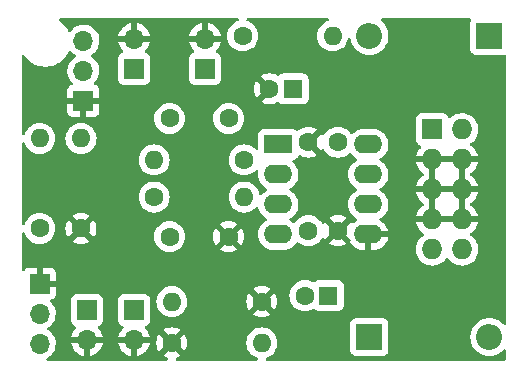
<source format=gbr>
%TF.GenerationSoftware,KiCad,Pcbnew,(6.0.0)*%
%TF.CreationDate,2022-01-09T16:20:31+00:00*%
%TF.ProjectId,aistompboxadapter,61697374-6f6d-4706-926f-786164617074,rev?*%
%TF.SameCoordinates,Original*%
%TF.FileFunction,Copper,L2,Bot*%
%TF.FilePolarity,Positive*%
%FSLAX46Y46*%
G04 Gerber Fmt 4.6, Leading zero omitted, Abs format (unit mm)*
G04 Created by KiCad (PCBNEW (6.0.0)) date 2022-01-09 16:20:31*
%MOMM*%
%LPD*%
G01*
G04 APERTURE LIST*
%TA.AperFunction,ComponentPad*%
%ADD10C,1.600000*%
%TD*%
%TA.AperFunction,ComponentPad*%
%ADD11R,2.400000X1.600000*%
%TD*%
%TA.AperFunction,ComponentPad*%
%ADD12O,2.400000X1.600000*%
%TD*%
%TA.AperFunction,ComponentPad*%
%ADD13O,1.700000X1.700000*%
%TD*%
%TA.AperFunction,ComponentPad*%
%ADD14R,1.700000X1.700000*%
%TD*%
%TA.AperFunction,ComponentPad*%
%ADD15O,1.600000X1.600000*%
%TD*%
%TA.AperFunction,ComponentPad*%
%ADD16R,1.727200X1.727200*%
%TD*%
%TA.AperFunction,ComponentPad*%
%ADD17O,1.727200X1.727200*%
%TD*%
%TA.AperFunction,ComponentPad*%
%ADD18R,2.200000X2.200000*%
%TD*%
%TA.AperFunction,ComponentPad*%
%ADD19O,2.200000X2.200000*%
%TD*%
%TA.AperFunction,ComponentPad*%
%ADD20R,1.600000X1.600000*%
%TD*%
G04 APERTURE END LIST*
D10*
%TO.P,C6,1*%
%TO.N,Net-(C6-Pad1)*%
X241000000Y-29000000D03*
%TO.P,C6,2*%
%TO.N,Net-(C6-Pad2)*%
X236000000Y-29000000D03*
%TD*%
%TO.P,C2,1*%
%TO.N,Net-(C1-Pad1)*%
X236000000Y-39000000D03*
%TO.P,C2,2*%
%TO.N,GND*%
X241000000Y-39000000D03*
%TD*%
D11*
%TO.P,U1,1*%
%TO.N,Net-(C6-Pad2)*%
X245200000Y-31200000D03*
D12*
%TO.P,U1,5,+*%
%TO.N,GND*%
X252820000Y-38820000D03*
%TO.P,U1,2,-*%
%TO.N,Net-(C6-Pad1)*%
X245200000Y-33740000D03*
%TO.P,U1,6,-*%
%TO.N,Net-(U1-Pad6)*%
X252820000Y-36280000D03*
%TO.P,U1,3,+*%
%TO.N,Net-(C1-Pad1)*%
X245200000Y-36280000D03*
%TO.P,U1,7*%
%TO.N,Net-(U1-Pad6)*%
X252820000Y-33740000D03*
%TO.P,U1,4,V-*%
%TO.N,+12V*%
X245200000Y-38820000D03*
%TO.P,U1,8,V+*%
%TO.N,-12V*%
X252820000Y-31200000D03*
%TD*%
D13*
%TO.P,RV2,3,3*%
%TO.N,Net-(R7-Pad1)*%
X228700000Y-22420000D03*
%TO.P,RV2,2,2*%
%TO.N,Net-(RV2-Pad2)*%
X228700000Y-24960000D03*
D14*
%TO.P,RV2,1,1*%
%TO.N,GND*%
X228700000Y-27500000D03*
%TD*%
D13*
%TO.P,RV1,3,3*%
%TO.N,Net-(RV1-Pad3)*%
X225000000Y-48055000D03*
%TO.P,RV1,2,2*%
%TO.N,Net-(R3-Pad1)*%
X225000000Y-45515000D03*
D14*
%TO.P,RV1,1,1*%
%TO.N,GND*%
X225000000Y-42975000D03*
%TD*%
D10*
%TO.P,R7,1*%
%TO.N,Net-(R7-Pad1)*%
X242190000Y-22000000D03*
D15*
%TO.P,R7,2*%
%TO.N,Net-(C6-Pad2)*%
X249810000Y-22000000D03*
%TD*%
D10*
%TO.P,R6,1*%
%TO.N,Net-(C6-Pad2)*%
X234690000Y-35650000D03*
D15*
%TO.P,R6,2*%
%TO.N,Net-(C6-Pad1)*%
X242310000Y-35650000D03*
%TD*%
D10*
%TO.P,R5,1*%
%TO.N,Net-(C6-Pad1)*%
X242310000Y-32500000D03*
D15*
%TO.P,R5,2*%
%TO.N,Net-(C3-Pad1)*%
X234690000Y-32500000D03*
%TD*%
D10*
%TO.P,R4,1*%
%TO.N,GND*%
X228500000Y-38310000D03*
D15*
%TO.P,R4,2*%
%TO.N,Net-(J4-Pad1)*%
X228500000Y-30690000D03*
%TD*%
D10*
%TO.P,R3,1*%
%TO.N,Net-(R3-Pad1)*%
X225000000Y-38310000D03*
D15*
%TO.P,R3,2*%
%TO.N,Net-(J4-Pad1)*%
X225000000Y-30690000D03*
%TD*%
D10*
%TO.P,R2,1*%
%TO.N,GND*%
X236190000Y-48000000D03*
D15*
%TO.P,R2,2*%
%TO.N,Net-(C1-Pad1)*%
X243810000Y-48000000D03*
%TD*%
D10*
%TO.P,R1,1*%
%TO.N,GND*%
X243810000Y-44500000D03*
D15*
%TO.P,R1,2*%
%TO.N,Net-(J2-Pad1)*%
X236190000Y-44500000D03*
%TD*%
D14*
%TO.P,J5,1,Pin_1*%
%TO.N,Net-(RV2-Pad2)*%
X239000000Y-24775000D03*
D13*
%TO.P,J5,2,Pin_2*%
%TO.N,GND*%
X239000000Y-22235000D03*
%TD*%
D14*
%TO.P,J4,1,Pin_1*%
%TO.N,Net-(J4-Pad1)*%
X229000000Y-45225000D03*
D13*
%TO.P,J4,2,Pin_2*%
%TO.N,GND*%
X229000000Y-47765000D03*
%TD*%
D16*
%TO.P,J3,1,Pin_1*%
%TO.N,Net-(D2-Pad1)*%
X258230000Y-29920000D03*
D17*
%TO.P,J3,2,Pin_2*%
X260770000Y-29920000D03*
%TO.P,J3,3,Pin_3*%
%TO.N,GND*%
X258230000Y-32460000D03*
%TO.P,J3,4,Pin_4*%
X260770000Y-32460000D03*
%TO.P,J3,5,Pin_5*%
X258230000Y-35000000D03*
%TO.P,J3,6,Pin_6*%
X260770000Y-35000000D03*
%TO.P,J3,7,Pin_7*%
X258230000Y-37540000D03*
%TO.P,J3,8,Pin_8*%
X260770000Y-37540000D03*
%TO.P,J3,9,Pin_9*%
%TO.N,Net-(D1-Pad2)*%
X258230000Y-40080000D03*
%TO.P,J3,10,Pin_10*%
X260770000Y-40080000D03*
%TD*%
D14*
%TO.P,J2,1,Pin_1*%
%TO.N,Net-(J2-Pad1)*%
X233000000Y-24775000D03*
D13*
%TO.P,J2,2,Pin_2*%
%TO.N,GND*%
X233000000Y-22235000D03*
%TD*%
D14*
%TO.P,J1,1,Pin_1*%
%TO.N,Net-(RV1-Pad3)*%
X233000000Y-45225000D03*
D13*
%TO.P,J1,2,Pin_2*%
%TO.N,GND*%
X233000000Y-47765000D03*
%TD*%
D18*
%TO.P,D2,1,K*%
%TO.N,Net-(D2-Pad1)*%
X263080000Y-22000000D03*
D19*
%TO.P,D2,2,A*%
%TO.N,-12V*%
X252920000Y-22000000D03*
%TD*%
D18*
%TO.P,D1,1,K*%
%TO.N,+12V*%
X252920000Y-47500000D03*
D19*
%TO.P,D1,2,A*%
%TO.N,Net-(D1-Pad2)*%
X263080000Y-47500000D03*
%TD*%
D10*
%TO.P,C5,1*%
%TO.N,GND*%
X247750000Y-31000000D03*
%TO.P,C5,2*%
%TO.N,-12V*%
X250250000Y-31000000D03*
%TD*%
%TO.P,C4,1*%
%TO.N,+12V*%
X247750000Y-38500000D03*
%TO.P,C4,2*%
%TO.N,GND*%
X250250000Y-38500000D03*
%TD*%
D20*
%TO.P,C3,1*%
%TO.N,Net-(C3-Pad1)*%
X246455113Y-26500000D03*
D10*
%TO.P,C3,2*%
%TO.N,GND*%
X244455113Y-26500000D03*
%TD*%
D20*
%TO.P,C1,1*%
%TO.N,Net-(C1-Pad1)*%
X249455113Y-44000000D03*
D10*
%TO.P,C1,2*%
%TO.N,Net-(J2-Pad1)*%
X247455113Y-44000000D03*
%TD*%
%TA.AperFunction,Conductor*%
%TO.N,GND*%
G36*
X241813621Y-20528002D02*
G01*
X241860114Y-20581658D01*
X241870218Y-20651932D01*
X241840724Y-20716512D01*
X241778111Y-20755707D01*
X241746067Y-20764293D01*
X241746065Y-20764294D01*
X241740757Y-20765716D01*
X241735776Y-20768039D01*
X241735775Y-20768039D01*
X241538238Y-20860151D01*
X241538233Y-20860154D01*
X241533251Y-20862477D01*
X241452128Y-20919280D01*
X241350211Y-20990643D01*
X241350208Y-20990645D01*
X241345700Y-20993802D01*
X241183802Y-21155700D01*
X241180645Y-21160208D01*
X241180643Y-21160211D01*
X241138955Y-21219748D01*
X241052477Y-21343251D01*
X241050154Y-21348233D01*
X241050151Y-21348238D01*
X240978727Y-21501409D01*
X240955716Y-21550757D01*
X240954294Y-21556065D01*
X240954293Y-21556067D01*
X240897881Y-21766598D01*
X240896457Y-21771913D01*
X240876502Y-22000000D01*
X240896457Y-22228087D01*
X240897881Y-22233400D01*
X240897881Y-22233402D01*
X240946982Y-22416646D01*
X240955716Y-22449243D01*
X240958039Y-22454224D01*
X240958039Y-22454225D01*
X241050151Y-22651762D01*
X241050154Y-22651767D01*
X241052477Y-22656749D01*
X241183802Y-22844300D01*
X241345700Y-23006198D01*
X241350208Y-23009355D01*
X241350211Y-23009357D01*
X241399257Y-23043699D01*
X241533251Y-23137523D01*
X241538233Y-23139846D01*
X241538238Y-23139849D01*
X241701514Y-23215985D01*
X241740757Y-23234284D01*
X241746065Y-23235706D01*
X241746067Y-23235707D01*
X241956598Y-23292119D01*
X241956600Y-23292119D01*
X241961913Y-23293543D01*
X242190000Y-23313498D01*
X242418087Y-23293543D01*
X242423400Y-23292119D01*
X242423402Y-23292119D01*
X242633933Y-23235707D01*
X242633935Y-23235706D01*
X242639243Y-23234284D01*
X242678486Y-23215985D01*
X242841762Y-23139849D01*
X242841767Y-23139846D01*
X242846749Y-23137523D01*
X242980743Y-23043699D01*
X243029789Y-23009357D01*
X243029792Y-23009355D01*
X243034300Y-23006198D01*
X243196198Y-22844300D01*
X243327523Y-22656749D01*
X243329846Y-22651767D01*
X243329849Y-22651762D01*
X243421961Y-22454225D01*
X243421961Y-22454224D01*
X243424284Y-22449243D01*
X243433019Y-22416646D01*
X243482119Y-22233402D01*
X243482119Y-22233400D01*
X243483543Y-22228087D01*
X243503498Y-22000000D01*
X243483543Y-21771913D01*
X243482119Y-21766598D01*
X243425707Y-21556067D01*
X243425706Y-21556065D01*
X243424284Y-21550757D01*
X243401273Y-21501409D01*
X243329849Y-21348238D01*
X243329846Y-21348233D01*
X243327523Y-21343251D01*
X243241045Y-21219748D01*
X243199357Y-21160211D01*
X243199355Y-21160208D01*
X243196198Y-21155700D01*
X243034300Y-20993802D01*
X243029792Y-20990645D01*
X243029789Y-20990643D01*
X242927872Y-20919280D01*
X242846749Y-20862477D01*
X242841767Y-20860154D01*
X242841762Y-20860151D01*
X242644225Y-20768039D01*
X242644224Y-20768039D01*
X242639243Y-20765716D01*
X242633935Y-20764294D01*
X242633933Y-20764293D01*
X242601889Y-20755707D01*
X242541266Y-20718755D01*
X242510245Y-20654895D01*
X242518673Y-20584400D01*
X242563876Y-20529653D01*
X242634500Y-20508000D01*
X249365500Y-20508000D01*
X249433621Y-20528002D01*
X249480114Y-20581658D01*
X249490218Y-20651932D01*
X249460724Y-20716512D01*
X249398111Y-20755707D01*
X249366067Y-20764293D01*
X249366065Y-20764294D01*
X249360757Y-20765716D01*
X249355776Y-20768039D01*
X249355775Y-20768039D01*
X249158238Y-20860151D01*
X249158233Y-20860154D01*
X249153251Y-20862477D01*
X249072128Y-20919280D01*
X248970211Y-20990643D01*
X248970208Y-20990645D01*
X248965700Y-20993802D01*
X248803802Y-21155700D01*
X248800645Y-21160208D01*
X248800643Y-21160211D01*
X248758955Y-21219748D01*
X248672477Y-21343251D01*
X248670154Y-21348233D01*
X248670151Y-21348238D01*
X248598727Y-21501409D01*
X248575716Y-21550757D01*
X248574294Y-21556065D01*
X248574293Y-21556067D01*
X248517881Y-21766598D01*
X248516457Y-21771913D01*
X248496502Y-22000000D01*
X248516457Y-22228087D01*
X248517881Y-22233400D01*
X248517881Y-22233402D01*
X248566982Y-22416646D01*
X248575716Y-22449243D01*
X248578039Y-22454224D01*
X248578039Y-22454225D01*
X248670151Y-22651762D01*
X248670154Y-22651767D01*
X248672477Y-22656749D01*
X248803802Y-22844300D01*
X248965700Y-23006198D01*
X248970208Y-23009355D01*
X248970211Y-23009357D01*
X249019257Y-23043699D01*
X249153251Y-23137523D01*
X249158233Y-23139846D01*
X249158238Y-23139849D01*
X249321514Y-23215985D01*
X249360757Y-23234284D01*
X249366065Y-23235706D01*
X249366067Y-23235707D01*
X249576598Y-23292119D01*
X249576600Y-23292119D01*
X249581913Y-23293543D01*
X249810000Y-23313498D01*
X250038087Y-23293543D01*
X250043400Y-23292119D01*
X250043402Y-23292119D01*
X250253933Y-23235707D01*
X250253935Y-23235706D01*
X250259243Y-23234284D01*
X250298486Y-23215985D01*
X250461762Y-23139849D01*
X250461767Y-23139846D01*
X250466749Y-23137523D01*
X250600743Y-23043699D01*
X250649789Y-23009357D01*
X250649792Y-23009355D01*
X250654300Y-23006198D01*
X250816198Y-22844300D01*
X250947523Y-22656749D01*
X250949846Y-22651767D01*
X250949849Y-22651762D01*
X251041961Y-22454225D01*
X251041961Y-22454224D01*
X251044284Y-22449243D01*
X251089594Y-22280146D01*
X251126545Y-22219524D01*
X251190405Y-22188503D01*
X251260900Y-22196931D01*
X251315647Y-22242134D01*
X251333819Y-22283344D01*
X251385495Y-22498591D01*
X251387388Y-22503162D01*
X251387389Y-22503164D01*
X251474316Y-22713023D01*
X251482384Y-22732502D01*
X251614672Y-22948376D01*
X251779102Y-23140898D01*
X251971624Y-23305328D01*
X252187498Y-23437616D01*
X252192068Y-23439509D01*
X252192072Y-23439511D01*
X252416836Y-23532611D01*
X252421409Y-23534505D01*
X252488513Y-23550615D01*
X252662784Y-23592454D01*
X252662790Y-23592455D01*
X252667597Y-23593609D01*
X252920000Y-23613474D01*
X253172403Y-23593609D01*
X253177210Y-23592455D01*
X253177216Y-23592454D01*
X253351487Y-23550615D01*
X253418591Y-23534505D01*
X253423164Y-23532611D01*
X253647928Y-23439511D01*
X253647932Y-23439509D01*
X253652502Y-23437616D01*
X253868376Y-23305328D01*
X254060898Y-23140898D01*
X254225328Y-22948376D01*
X254357616Y-22732502D01*
X254365685Y-22713023D01*
X254452611Y-22503164D01*
X254452612Y-22503162D01*
X254454505Y-22498591D01*
X254506181Y-22283344D01*
X254512454Y-22257216D01*
X254512455Y-22257210D01*
X254513609Y-22252403D01*
X254533474Y-22000000D01*
X254513609Y-21747597D01*
X254506949Y-21719853D01*
X254465156Y-21545775D01*
X254454505Y-21501409D01*
X254422048Y-21423051D01*
X254359511Y-21272072D01*
X254359509Y-21272068D01*
X254357616Y-21267498D01*
X254225328Y-21051624D01*
X254060898Y-20859102D01*
X253909518Y-20729810D01*
X253870709Y-20670360D01*
X253870203Y-20599366D01*
X253908159Y-20539367D01*
X253972527Y-20509414D01*
X253991349Y-20508000D01*
X261402055Y-20508000D01*
X261470176Y-20528002D01*
X261516669Y-20581658D01*
X261526773Y-20651932D01*
X261520037Y-20678229D01*
X261481029Y-20782282D01*
X261481027Y-20782288D01*
X261478255Y-20789684D01*
X261471500Y-20851866D01*
X261471500Y-23148134D01*
X261478255Y-23210316D01*
X261529385Y-23346705D01*
X261616739Y-23463261D01*
X261733295Y-23550615D01*
X261869684Y-23601745D01*
X261931866Y-23608500D01*
X264228134Y-23608500D01*
X264290316Y-23601745D01*
X264297717Y-23598970D01*
X264297719Y-23598970D01*
X264321769Y-23589954D01*
X264392576Y-23584770D01*
X264454946Y-23618690D01*
X264489075Y-23680945D01*
X264492000Y-23707935D01*
X264492000Y-46334983D01*
X264471998Y-46403104D01*
X264418342Y-46449597D01*
X264348068Y-46459701D01*
X264283488Y-46430207D01*
X264270189Y-46416814D01*
X264224106Y-46362858D01*
X264220898Y-46359102D01*
X264028376Y-46194672D01*
X263812502Y-46062384D01*
X263807932Y-46060491D01*
X263807928Y-46060489D01*
X263583164Y-45967389D01*
X263583162Y-45967388D01*
X263578591Y-45965495D01*
X263493968Y-45945179D01*
X263337216Y-45907546D01*
X263337210Y-45907545D01*
X263332403Y-45906391D01*
X263080000Y-45886526D01*
X262827597Y-45906391D01*
X262822790Y-45907545D01*
X262822784Y-45907546D01*
X262666032Y-45945179D01*
X262581409Y-45965495D01*
X262576838Y-45967388D01*
X262576836Y-45967389D01*
X262352072Y-46060489D01*
X262352068Y-46060491D01*
X262347498Y-46062384D01*
X262131624Y-46194672D01*
X261939102Y-46359102D01*
X261774672Y-46551624D01*
X261642384Y-46767498D01*
X261640491Y-46772068D01*
X261640489Y-46772072D01*
X261575174Y-46929757D01*
X261545495Y-47001409D01*
X261544340Y-47006221D01*
X261491188Y-47227617D01*
X261486391Y-47247597D01*
X261466526Y-47500000D01*
X261486391Y-47752403D01*
X261487545Y-47757210D01*
X261487546Y-47757216D01*
X261504382Y-47827342D01*
X261545495Y-47998591D01*
X261547388Y-48003162D01*
X261547389Y-48003164D01*
X261596443Y-48121590D01*
X261642384Y-48232502D01*
X261774672Y-48448376D01*
X261939102Y-48640898D01*
X262131624Y-48805328D01*
X262347498Y-48937616D01*
X262352068Y-48939509D01*
X262352072Y-48939511D01*
X262576836Y-49032611D01*
X262581409Y-49034505D01*
X262648513Y-49050615D01*
X262822784Y-49092454D01*
X262822790Y-49092455D01*
X262827597Y-49093609D01*
X263080000Y-49113474D01*
X263332403Y-49093609D01*
X263337210Y-49092455D01*
X263337216Y-49092454D01*
X263511487Y-49050615D01*
X263578591Y-49034505D01*
X263583164Y-49032611D01*
X263807928Y-48939511D01*
X263807932Y-48939509D01*
X263812502Y-48937616D01*
X264028376Y-48805328D01*
X264220898Y-48640898D01*
X264270189Y-48583186D01*
X264329640Y-48544377D01*
X264400635Y-48543871D01*
X264460633Y-48581827D01*
X264490586Y-48646196D01*
X264492000Y-48665017D01*
X264492000Y-49366000D01*
X264471998Y-49434121D01*
X264418342Y-49480614D01*
X264366000Y-49492000D01*
X244254500Y-49492000D01*
X244186379Y-49471998D01*
X244139886Y-49418342D01*
X244129782Y-49348068D01*
X244159276Y-49283488D01*
X244221889Y-49244293D01*
X244253933Y-49235707D01*
X244253935Y-49235706D01*
X244259243Y-49234284D01*
X244272359Y-49228168D01*
X244461762Y-49139849D01*
X244461767Y-49139846D01*
X244466749Y-49137523D01*
X244613874Y-49034505D01*
X244649789Y-49009357D01*
X244649792Y-49009355D01*
X244654300Y-49006198D01*
X244816198Y-48844300D01*
X244820402Y-48838297D01*
X244910015Y-48710316D01*
X244947523Y-48656749D01*
X244949846Y-48651767D01*
X244949849Y-48651762D01*
X244951541Y-48648134D01*
X251311500Y-48648134D01*
X251318255Y-48710316D01*
X251369385Y-48846705D01*
X251456739Y-48963261D01*
X251573295Y-49050615D01*
X251709684Y-49101745D01*
X251771866Y-49108500D01*
X254068134Y-49108500D01*
X254130316Y-49101745D01*
X254266705Y-49050615D01*
X254383261Y-48963261D01*
X254470615Y-48846705D01*
X254521745Y-48710316D01*
X254528500Y-48648134D01*
X254528500Y-46351866D01*
X254521745Y-46289684D01*
X254470615Y-46153295D01*
X254383261Y-46036739D01*
X254266705Y-45949385D01*
X254130316Y-45898255D01*
X254068134Y-45891500D01*
X251771866Y-45891500D01*
X251709684Y-45898255D01*
X251573295Y-45949385D01*
X251456739Y-46036739D01*
X251369385Y-46153295D01*
X251318255Y-46289684D01*
X251311500Y-46351866D01*
X251311500Y-48648134D01*
X244951541Y-48648134D01*
X245041961Y-48454225D01*
X245041961Y-48454224D01*
X245044284Y-48449243D01*
X245064976Y-48372022D01*
X245102119Y-48233402D01*
X245102119Y-48233400D01*
X245103543Y-48228087D01*
X245123498Y-48000000D01*
X245103543Y-47771913D01*
X245066981Y-47635461D01*
X245045707Y-47556067D01*
X245045706Y-47556065D01*
X245044284Y-47550757D01*
X245032202Y-47524846D01*
X244949849Y-47348238D01*
X244949846Y-47348233D01*
X244947523Y-47343251D01*
X244816198Y-47155700D01*
X244654300Y-46993802D01*
X244649792Y-46990645D01*
X244649789Y-46990643D01*
X244571611Y-46935902D01*
X244466749Y-46862477D01*
X244461767Y-46860154D01*
X244461762Y-46860151D01*
X244264225Y-46768039D01*
X244264224Y-46768039D01*
X244259243Y-46765716D01*
X244253935Y-46764294D01*
X244253933Y-46764293D01*
X244043402Y-46707881D01*
X244043400Y-46707881D01*
X244038087Y-46706457D01*
X243810000Y-46686502D01*
X243581913Y-46706457D01*
X243576600Y-46707881D01*
X243576598Y-46707881D01*
X243366067Y-46764293D01*
X243366065Y-46764294D01*
X243360757Y-46765716D01*
X243355776Y-46768039D01*
X243355775Y-46768039D01*
X243158238Y-46860151D01*
X243158233Y-46860154D01*
X243153251Y-46862477D01*
X243048389Y-46935902D01*
X242970211Y-46990643D01*
X242970208Y-46990645D01*
X242965700Y-46993802D01*
X242803802Y-47155700D01*
X242672477Y-47343251D01*
X242670154Y-47348233D01*
X242670151Y-47348238D01*
X242587798Y-47524846D01*
X242575716Y-47550757D01*
X242574294Y-47556065D01*
X242574293Y-47556067D01*
X242553019Y-47635461D01*
X242516457Y-47771913D01*
X242496502Y-48000000D01*
X242516457Y-48228087D01*
X242517881Y-48233400D01*
X242517881Y-48233402D01*
X242555025Y-48372022D01*
X242575716Y-48449243D01*
X242578039Y-48454224D01*
X242578039Y-48454225D01*
X242670151Y-48651762D01*
X242670154Y-48651767D01*
X242672477Y-48656749D01*
X242709985Y-48710316D01*
X242799599Y-48838297D01*
X242803802Y-48844300D01*
X242965700Y-49006198D01*
X242970208Y-49009355D01*
X242970211Y-49009357D01*
X243006126Y-49034505D01*
X243153251Y-49137523D01*
X243158233Y-49139846D01*
X243158238Y-49139849D01*
X243347641Y-49228168D01*
X243360757Y-49234284D01*
X243366065Y-49235706D01*
X243366067Y-49235707D01*
X243398111Y-49244293D01*
X243458734Y-49281245D01*
X243489755Y-49345105D01*
X243481327Y-49415600D01*
X243436124Y-49470347D01*
X243365500Y-49492000D01*
X236632570Y-49492000D01*
X236564449Y-49471998D01*
X236517956Y-49418342D01*
X236507852Y-49348068D01*
X236537346Y-49283488D01*
X236599959Y-49244293D01*
X236633761Y-49235236D01*
X236644053Y-49231490D01*
X236841511Y-49139414D01*
X236851006Y-49133931D01*
X236903048Y-49097491D01*
X236911424Y-49087012D01*
X236904356Y-49073566D01*
X236202812Y-48372022D01*
X236188868Y-48364408D01*
X236187035Y-48364539D01*
X236180420Y-48368790D01*
X235474923Y-49074287D01*
X235468493Y-49086062D01*
X235477789Y-49098077D01*
X235528994Y-49133931D01*
X235538489Y-49139414D01*
X235735947Y-49231490D01*
X235746239Y-49235236D01*
X235780041Y-49244293D01*
X235840664Y-49281245D01*
X235871685Y-49345105D01*
X235863257Y-49415600D01*
X235818054Y-49470347D01*
X235747430Y-49492000D01*
X225698408Y-49492000D01*
X225630287Y-49471998D01*
X225583794Y-49418342D01*
X225573690Y-49348068D01*
X225603184Y-49283488D01*
X225642972Y-49252851D01*
X225697994Y-49225896D01*
X225879860Y-49096173D01*
X225890007Y-49086062D01*
X226034435Y-48942137D01*
X226038096Y-48938489D01*
X226042426Y-48932464D01*
X226165435Y-48761277D01*
X226168453Y-48757077D01*
X226175963Y-48741883D01*
X226265136Y-48561453D01*
X226265137Y-48561451D01*
X226267430Y-48556811D01*
X226300375Y-48448376D01*
X226330865Y-48348023D01*
X226330865Y-48348021D01*
X226332370Y-48343069D01*
X226361529Y-48121590D01*
X226363156Y-48055000D01*
X226361345Y-48032966D01*
X227668257Y-48032966D01*
X227698565Y-48167446D01*
X227701645Y-48177275D01*
X227781770Y-48374603D01*
X227786413Y-48383794D01*
X227897694Y-48565388D01*
X227903777Y-48573699D01*
X228043213Y-48734667D01*
X228050580Y-48741883D01*
X228214434Y-48877916D01*
X228222881Y-48883831D01*
X228406756Y-48991279D01*
X228416042Y-48995729D01*
X228615001Y-49071703D01*
X228624899Y-49074579D01*
X228728250Y-49095606D01*
X228742299Y-49094410D01*
X228746000Y-49084065D01*
X228746000Y-49083517D01*
X229254000Y-49083517D01*
X229258064Y-49097359D01*
X229271478Y-49099393D01*
X229278184Y-49098534D01*
X229288262Y-49096392D01*
X229492255Y-49035191D01*
X229501842Y-49031433D01*
X229693095Y-48937739D01*
X229701945Y-48932464D01*
X229875328Y-48808792D01*
X229883200Y-48802139D01*
X230034052Y-48651812D01*
X230040730Y-48643965D01*
X230165003Y-48471020D01*
X230170313Y-48462183D01*
X230264670Y-48271267D01*
X230268469Y-48261672D01*
X230330377Y-48057910D01*
X230332555Y-48047837D01*
X230333986Y-48036962D01*
X230333363Y-48032966D01*
X231668257Y-48032966D01*
X231698565Y-48167446D01*
X231701645Y-48177275D01*
X231781770Y-48374603D01*
X231786413Y-48383794D01*
X231897694Y-48565388D01*
X231903777Y-48573699D01*
X232043213Y-48734667D01*
X232050580Y-48741883D01*
X232214434Y-48877916D01*
X232222881Y-48883831D01*
X232406756Y-48991279D01*
X232416042Y-48995729D01*
X232615001Y-49071703D01*
X232624899Y-49074579D01*
X232728250Y-49095606D01*
X232742299Y-49094410D01*
X232746000Y-49084065D01*
X232746000Y-49083517D01*
X233254000Y-49083517D01*
X233258064Y-49097359D01*
X233271478Y-49099393D01*
X233278184Y-49098534D01*
X233288262Y-49096392D01*
X233492255Y-49035191D01*
X233501842Y-49031433D01*
X233693095Y-48937739D01*
X233701945Y-48932464D01*
X233875328Y-48808792D01*
X233883200Y-48802139D01*
X234034052Y-48651812D01*
X234040730Y-48643965D01*
X234165003Y-48471020D01*
X234170313Y-48462183D01*
X234264670Y-48271267D01*
X234268469Y-48261672D01*
X234330377Y-48057910D01*
X234332555Y-48047837D01*
X234333986Y-48036962D01*
X234331775Y-48022778D01*
X234318617Y-48019000D01*
X233272115Y-48019000D01*
X233256876Y-48023475D01*
X233255671Y-48024865D01*
X233254000Y-48032548D01*
X233254000Y-49083517D01*
X232746000Y-49083517D01*
X232746000Y-48037115D01*
X232741525Y-48021876D01*
X232740135Y-48020671D01*
X232732452Y-48019000D01*
X231683225Y-48019000D01*
X231669694Y-48022973D01*
X231668257Y-48032966D01*
X230333363Y-48032966D01*
X230331775Y-48022778D01*
X230318617Y-48019000D01*
X229272115Y-48019000D01*
X229256876Y-48023475D01*
X229255671Y-48024865D01*
X229254000Y-48032548D01*
X229254000Y-49083517D01*
X228746000Y-49083517D01*
X228746000Y-48037115D01*
X228741525Y-48021876D01*
X228740135Y-48020671D01*
X228732452Y-48019000D01*
X227683225Y-48019000D01*
X227669694Y-48022973D01*
X227668257Y-48032966D01*
X226361345Y-48032966D01*
X226359085Y-48005475D01*
X234877483Y-48005475D01*
X234896472Y-48222519D01*
X234898375Y-48233312D01*
X234954764Y-48443761D01*
X234958510Y-48454053D01*
X235050586Y-48651511D01*
X235056069Y-48661006D01*
X235092509Y-48713048D01*
X235102988Y-48721424D01*
X235116434Y-48714356D01*
X235817978Y-48012812D01*
X235824356Y-48001132D01*
X236554408Y-48001132D01*
X236554539Y-48002965D01*
X236558790Y-48009580D01*
X237264287Y-48715077D01*
X237276062Y-48721507D01*
X237288077Y-48712211D01*
X237323931Y-48661006D01*
X237329414Y-48651511D01*
X237421490Y-48454053D01*
X237425236Y-48443761D01*
X237481625Y-48233312D01*
X237483528Y-48222519D01*
X237502517Y-48005475D01*
X237502517Y-47994525D01*
X237483528Y-47777481D01*
X237481625Y-47766688D01*
X237425236Y-47556239D01*
X237421490Y-47545947D01*
X237329414Y-47348489D01*
X237323931Y-47338994D01*
X237287491Y-47286952D01*
X237277012Y-47278576D01*
X237263566Y-47285644D01*
X236562022Y-47987188D01*
X236554408Y-48001132D01*
X235824356Y-48001132D01*
X235825592Y-47998868D01*
X235825461Y-47997035D01*
X235821210Y-47990420D01*
X235115713Y-47284923D01*
X235103938Y-47278493D01*
X235091923Y-47287789D01*
X235056069Y-47338994D01*
X235050586Y-47348489D01*
X234958510Y-47545947D01*
X234954764Y-47556239D01*
X234898375Y-47766688D01*
X234896472Y-47777481D01*
X234877483Y-47994525D01*
X234877483Y-48005475D01*
X226359085Y-48005475D01*
X226344852Y-47832361D01*
X226290431Y-47615702D01*
X226201354Y-47410840D01*
X226143314Y-47321124D01*
X226082822Y-47227617D01*
X226082820Y-47227614D01*
X226080014Y-47223277D01*
X225929670Y-47058051D01*
X225925619Y-47054852D01*
X225925615Y-47054848D01*
X225758414Y-46922800D01*
X225758410Y-46922798D01*
X225754359Y-46919598D01*
X225713053Y-46896796D01*
X225663084Y-46846364D01*
X225648312Y-46776921D01*
X225673428Y-46710516D01*
X225700780Y-46683909D01*
X225766077Y-46637333D01*
X225879860Y-46556173D01*
X226038096Y-46398489D01*
X226068704Y-46355894D01*
X226165435Y-46221277D01*
X226168453Y-46217077D01*
X226180494Y-46192715D01*
X226214883Y-46123134D01*
X227641500Y-46123134D01*
X227648255Y-46185316D01*
X227699385Y-46321705D01*
X227786739Y-46438261D01*
X227903295Y-46525615D01*
X227911704Y-46528767D01*
X227911705Y-46528768D01*
X228020960Y-46569726D01*
X228077725Y-46612367D01*
X228102425Y-46678929D01*
X228087218Y-46748278D01*
X228067825Y-46774759D01*
X227944590Y-46903717D01*
X227938104Y-46911727D01*
X227818098Y-47087649D01*
X227813000Y-47096623D01*
X227723338Y-47289783D01*
X227719775Y-47299470D01*
X227664389Y-47499183D01*
X227665912Y-47507607D01*
X227678292Y-47511000D01*
X230318344Y-47511000D01*
X230331875Y-47507027D01*
X230333180Y-47497947D01*
X230291214Y-47330875D01*
X230287894Y-47321124D01*
X230202972Y-47125814D01*
X230198105Y-47116739D01*
X230082426Y-46937926D01*
X230076136Y-46929757D01*
X229932293Y-46771677D01*
X229901241Y-46707831D01*
X229909635Y-46637333D01*
X229954812Y-46582564D01*
X229981256Y-46568895D01*
X230088297Y-46528767D01*
X230096705Y-46525615D01*
X230213261Y-46438261D01*
X230300615Y-46321705D01*
X230351745Y-46185316D01*
X230358500Y-46123134D01*
X231641500Y-46123134D01*
X231648255Y-46185316D01*
X231699385Y-46321705D01*
X231786739Y-46438261D01*
X231903295Y-46525615D01*
X231911704Y-46528767D01*
X231911705Y-46528768D01*
X232020960Y-46569726D01*
X232077725Y-46612367D01*
X232102425Y-46678929D01*
X232087218Y-46748278D01*
X232067825Y-46774759D01*
X231944590Y-46903717D01*
X231938104Y-46911727D01*
X231818098Y-47087649D01*
X231813000Y-47096623D01*
X231723338Y-47289783D01*
X231719775Y-47299470D01*
X231664389Y-47499183D01*
X231665912Y-47507607D01*
X231678292Y-47511000D01*
X234318344Y-47511000D01*
X234331875Y-47507027D01*
X234333180Y-47497947D01*
X234291214Y-47330875D01*
X234287894Y-47321124D01*
X234202972Y-47125814D01*
X234198105Y-47116739D01*
X234082426Y-46937926D01*
X234076136Y-46929757D01*
X234060877Y-46912988D01*
X235468576Y-46912988D01*
X235475644Y-46926434D01*
X236177188Y-47627978D01*
X236191132Y-47635592D01*
X236192965Y-47635461D01*
X236199580Y-47631210D01*
X236905077Y-46925713D01*
X236911507Y-46913938D01*
X236902211Y-46901923D01*
X236851006Y-46866069D01*
X236841511Y-46860586D01*
X236644053Y-46768510D01*
X236633761Y-46764764D01*
X236423312Y-46708375D01*
X236412519Y-46706472D01*
X236195475Y-46687483D01*
X236184525Y-46687483D01*
X235967481Y-46706472D01*
X235956688Y-46708375D01*
X235746239Y-46764764D01*
X235735947Y-46768510D01*
X235538489Y-46860586D01*
X235528994Y-46866069D01*
X235476952Y-46902509D01*
X235468576Y-46912988D01*
X234060877Y-46912988D01*
X233932293Y-46771677D01*
X233901241Y-46707831D01*
X233909635Y-46637333D01*
X233954812Y-46582564D01*
X233981256Y-46568895D01*
X234088297Y-46528767D01*
X234096705Y-46525615D01*
X234213261Y-46438261D01*
X234300615Y-46321705D01*
X234351745Y-46185316D01*
X234358500Y-46123134D01*
X234358500Y-44500000D01*
X234876502Y-44500000D01*
X234896457Y-44728087D01*
X234897881Y-44733400D01*
X234897881Y-44733402D01*
X234935981Y-44875590D01*
X234955716Y-44949243D01*
X234958039Y-44954224D01*
X234958039Y-44954225D01*
X235050151Y-45151762D01*
X235050154Y-45151767D01*
X235052477Y-45156749D01*
X235055634Y-45161257D01*
X235154005Y-45301745D01*
X235183802Y-45344300D01*
X235345700Y-45506198D01*
X235350208Y-45509355D01*
X235350211Y-45509357D01*
X235363076Y-45518365D01*
X235533251Y-45637523D01*
X235538233Y-45639846D01*
X235538238Y-45639849D01*
X235734765Y-45731490D01*
X235740757Y-45734284D01*
X235746065Y-45735706D01*
X235746067Y-45735707D01*
X235956598Y-45792119D01*
X235956600Y-45792119D01*
X235961913Y-45793543D01*
X236190000Y-45813498D01*
X236418087Y-45793543D01*
X236423400Y-45792119D01*
X236423402Y-45792119D01*
X236633933Y-45735707D01*
X236633935Y-45735706D01*
X236639243Y-45734284D01*
X236645235Y-45731490D01*
X236841762Y-45639849D01*
X236841767Y-45639846D01*
X236846749Y-45637523D01*
X236920243Y-45586062D01*
X243088493Y-45586062D01*
X243097789Y-45598077D01*
X243148994Y-45633931D01*
X243158489Y-45639414D01*
X243355947Y-45731490D01*
X243366239Y-45735236D01*
X243576688Y-45791625D01*
X243587481Y-45793528D01*
X243804525Y-45812517D01*
X243815475Y-45812517D01*
X244032519Y-45793528D01*
X244043312Y-45791625D01*
X244253761Y-45735236D01*
X244264053Y-45731490D01*
X244461511Y-45639414D01*
X244471006Y-45633931D01*
X244523048Y-45597491D01*
X244531424Y-45587012D01*
X244524356Y-45573566D01*
X243822812Y-44872022D01*
X243808868Y-44864408D01*
X243807035Y-44864539D01*
X243800420Y-44868790D01*
X243094923Y-45574287D01*
X243088493Y-45586062D01*
X236920243Y-45586062D01*
X237016924Y-45518365D01*
X237029789Y-45509357D01*
X237029792Y-45509355D01*
X237034300Y-45506198D01*
X237196198Y-45344300D01*
X237225996Y-45301745D01*
X237324366Y-45161257D01*
X237327523Y-45156749D01*
X237329846Y-45151767D01*
X237329849Y-45151762D01*
X237421961Y-44954225D01*
X237421961Y-44954224D01*
X237424284Y-44949243D01*
X237444020Y-44875590D01*
X237482119Y-44733402D01*
X237482119Y-44733400D01*
X237483543Y-44728087D01*
X237503019Y-44505475D01*
X242497483Y-44505475D01*
X242516472Y-44722519D01*
X242518375Y-44733312D01*
X242574764Y-44943761D01*
X242578510Y-44954053D01*
X242670586Y-45151511D01*
X242676069Y-45161006D01*
X242712509Y-45213048D01*
X242722988Y-45221424D01*
X242736434Y-45214356D01*
X243437978Y-44512812D01*
X243444356Y-44501132D01*
X244174408Y-44501132D01*
X244174539Y-44502965D01*
X244178790Y-44509580D01*
X244884287Y-45215077D01*
X244896062Y-45221507D01*
X244908077Y-45212211D01*
X244943931Y-45161006D01*
X244949414Y-45151511D01*
X245041490Y-44954053D01*
X245045236Y-44943761D01*
X245101625Y-44733312D01*
X245103528Y-44722519D01*
X245122517Y-44505475D01*
X245122517Y-44494525D01*
X245103528Y-44277481D01*
X245101625Y-44266688D01*
X245045236Y-44056239D01*
X245041490Y-44045947D01*
X245020065Y-44000000D01*
X246141615Y-44000000D01*
X246161570Y-44228087D01*
X246162994Y-44233400D01*
X246162994Y-44233402D01*
X246202168Y-44379598D01*
X246220829Y-44449243D01*
X246223152Y-44454224D01*
X246223152Y-44454225D01*
X246315264Y-44651762D01*
X246315267Y-44651767D01*
X246317590Y-44656749D01*
X246448915Y-44844300D01*
X246610813Y-45006198D01*
X246615321Y-45009355D01*
X246615324Y-45009357D01*
X246692971Y-45063726D01*
X246798364Y-45137523D01*
X246803346Y-45139846D01*
X246803351Y-45139849D01*
X246963134Y-45214356D01*
X247005870Y-45234284D01*
X247011178Y-45235706D01*
X247011180Y-45235707D01*
X247221711Y-45292119D01*
X247221713Y-45292119D01*
X247227026Y-45293543D01*
X247455113Y-45313498D01*
X247683200Y-45293543D01*
X247688513Y-45292119D01*
X247688515Y-45292119D01*
X247899046Y-45235707D01*
X247899048Y-45235706D01*
X247904356Y-45234284D01*
X247947092Y-45214356D01*
X248106875Y-45139849D01*
X248106880Y-45139846D01*
X248111862Y-45137523D01*
X248117315Y-45133705D01*
X248117799Y-45133541D01*
X248121132Y-45131617D01*
X248121519Y-45132287D01*
X248184587Y-45111012D01*
X248253448Y-45128293D01*
X248278850Y-45151002D01*
X248280121Y-45149731D01*
X248286471Y-45156081D01*
X248291852Y-45163261D01*
X248408408Y-45250615D01*
X248544797Y-45301745D01*
X248606979Y-45308500D01*
X250303247Y-45308500D01*
X250365429Y-45301745D01*
X250501818Y-45250615D01*
X250618374Y-45163261D01*
X250705728Y-45046705D01*
X250756858Y-44910316D01*
X250763613Y-44848134D01*
X250763613Y-43151866D01*
X250756858Y-43089684D01*
X250705728Y-42953295D01*
X250618374Y-42836739D01*
X250501818Y-42749385D01*
X250365429Y-42698255D01*
X250303247Y-42691500D01*
X248606979Y-42691500D01*
X248544797Y-42698255D01*
X248408408Y-42749385D01*
X248291852Y-42836739D01*
X248286471Y-42843919D01*
X248280121Y-42850269D01*
X248277881Y-42848029D01*
X248233548Y-42881171D01*
X248162729Y-42886190D01*
X248121323Y-42868051D01*
X248121132Y-42868383D01*
X248118149Y-42866661D01*
X248117316Y-42866296D01*
X248111862Y-42862477D01*
X248106880Y-42860154D01*
X248106875Y-42860151D01*
X247909338Y-42768039D01*
X247909337Y-42768039D01*
X247904356Y-42765716D01*
X247899048Y-42764294D01*
X247899046Y-42764293D01*
X247688515Y-42707881D01*
X247688513Y-42707881D01*
X247683200Y-42706457D01*
X247455113Y-42686502D01*
X247227026Y-42706457D01*
X247221713Y-42707881D01*
X247221711Y-42707881D01*
X247011180Y-42764293D01*
X247011178Y-42764294D01*
X247005870Y-42765716D01*
X247000889Y-42768039D01*
X247000888Y-42768039D01*
X246803351Y-42860151D01*
X246803346Y-42860154D01*
X246798364Y-42862477D01*
X246693502Y-42935902D01*
X246615324Y-42990643D01*
X246615321Y-42990645D01*
X246610813Y-42993802D01*
X246448915Y-43155700D01*
X246317590Y-43343251D01*
X246315267Y-43348233D01*
X246315264Y-43348238D01*
X246278801Y-43426434D01*
X246220829Y-43550757D01*
X246219407Y-43556065D01*
X246219406Y-43556067D01*
X246192709Y-43655700D01*
X246161570Y-43771913D01*
X246141615Y-44000000D01*
X245020065Y-44000000D01*
X244949414Y-43848489D01*
X244943931Y-43838994D01*
X244907491Y-43786952D01*
X244897012Y-43778576D01*
X244883566Y-43785644D01*
X244182022Y-44487188D01*
X244174408Y-44501132D01*
X243444356Y-44501132D01*
X243445592Y-44498868D01*
X243445461Y-44497035D01*
X243441210Y-44490420D01*
X242735713Y-43784923D01*
X242723938Y-43778493D01*
X242711923Y-43787789D01*
X242676069Y-43838994D01*
X242670586Y-43848489D01*
X242578510Y-44045947D01*
X242574764Y-44056239D01*
X242518375Y-44266688D01*
X242516472Y-44277481D01*
X242497483Y-44494525D01*
X242497483Y-44505475D01*
X237503019Y-44505475D01*
X237503498Y-44500000D01*
X237483543Y-44271913D01*
X237479911Y-44258357D01*
X237425707Y-44056067D01*
X237425706Y-44056065D01*
X237424284Y-44050757D01*
X237367868Y-43929771D01*
X237329849Y-43848238D01*
X237329846Y-43848233D01*
X237327523Y-43843251D01*
X237196198Y-43655700D01*
X237034300Y-43493802D01*
X237029792Y-43490645D01*
X237029789Y-43490643D01*
X236918886Y-43412988D01*
X243088576Y-43412988D01*
X243095644Y-43426434D01*
X243797188Y-44127978D01*
X243811132Y-44135592D01*
X243812965Y-44135461D01*
X243819580Y-44131210D01*
X244525077Y-43425713D01*
X244531507Y-43413938D01*
X244522211Y-43401923D01*
X244471006Y-43366069D01*
X244461511Y-43360586D01*
X244264053Y-43268510D01*
X244253761Y-43264764D01*
X244043312Y-43208375D01*
X244032519Y-43206472D01*
X243815475Y-43187483D01*
X243804525Y-43187483D01*
X243587481Y-43206472D01*
X243576688Y-43208375D01*
X243366239Y-43264764D01*
X243355947Y-43268510D01*
X243158489Y-43360586D01*
X243148994Y-43366069D01*
X243096952Y-43402509D01*
X243088576Y-43412988D01*
X236918886Y-43412988D01*
X236903920Y-43402509D01*
X236846749Y-43362477D01*
X236841767Y-43360154D01*
X236841762Y-43360151D01*
X236644225Y-43268039D01*
X236644224Y-43268039D01*
X236639243Y-43265716D01*
X236633935Y-43264294D01*
X236633933Y-43264293D01*
X236423402Y-43207881D01*
X236423400Y-43207881D01*
X236418087Y-43206457D01*
X236190000Y-43186502D01*
X235961913Y-43206457D01*
X235956600Y-43207881D01*
X235956598Y-43207881D01*
X235746067Y-43264293D01*
X235746065Y-43264294D01*
X235740757Y-43265716D01*
X235735776Y-43268039D01*
X235735775Y-43268039D01*
X235538238Y-43360151D01*
X235538233Y-43360154D01*
X235533251Y-43362477D01*
X235476080Y-43402509D01*
X235350211Y-43490643D01*
X235350208Y-43490645D01*
X235345700Y-43493802D01*
X235183802Y-43655700D01*
X235052477Y-43843251D01*
X235050154Y-43848233D01*
X235050151Y-43848238D01*
X235012132Y-43929771D01*
X234955716Y-44050757D01*
X234954294Y-44056065D01*
X234954293Y-44056067D01*
X234900089Y-44258357D01*
X234896457Y-44271913D01*
X234876502Y-44500000D01*
X234358500Y-44500000D01*
X234358500Y-44326866D01*
X234351745Y-44264684D01*
X234300615Y-44128295D01*
X234213261Y-44011739D01*
X234096705Y-43924385D01*
X233960316Y-43873255D01*
X233898134Y-43866500D01*
X232101866Y-43866500D01*
X232039684Y-43873255D01*
X231903295Y-43924385D01*
X231786739Y-44011739D01*
X231699385Y-44128295D01*
X231648255Y-44264684D01*
X231641500Y-44326866D01*
X231641500Y-46123134D01*
X230358500Y-46123134D01*
X230358500Y-44326866D01*
X230351745Y-44264684D01*
X230300615Y-44128295D01*
X230213261Y-44011739D01*
X230096705Y-43924385D01*
X229960316Y-43873255D01*
X229898134Y-43866500D01*
X228101866Y-43866500D01*
X228039684Y-43873255D01*
X227903295Y-43924385D01*
X227786739Y-44011739D01*
X227699385Y-44128295D01*
X227648255Y-44264684D01*
X227641500Y-44326866D01*
X227641500Y-46123134D01*
X226214883Y-46123134D01*
X226265136Y-46021453D01*
X226265137Y-46021451D01*
X226267430Y-46016811D01*
X226307014Y-45886526D01*
X226330865Y-45808023D01*
X226330865Y-45808021D01*
X226332370Y-45803069D01*
X226361529Y-45581590D01*
X226361611Y-45578240D01*
X226363074Y-45518365D01*
X226363074Y-45518361D01*
X226363156Y-45515000D01*
X226344852Y-45292361D01*
X226290431Y-45075702D01*
X226201354Y-44870840D01*
X226161906Y-44809862D01*
X226082822Y-44687617D01*
X226082820Y-44687614D01*
X226080014Y-44683277D01*
X226076540Y-44679459D01*
X226076533Y-44679450D01*
X225932435Y-44521088D01*
X225901383Y-44457242D01*
X225909779Y-44386744D01*
X225954956Y-44331976D01*
X225981400Y-44318307D01*
X226088052Y-44278325D01*
X226103649Y-44269786D01*
X226205724Y-44193285D01*
X226218285Y-44180724D01*
X226294786Y-44078649D01*
X226303324Y-44063054D01*
X226348478Y-43942606D01*
X226352105Y-43927351D01*
X226357631Y-43876486D01*
X226358000Y-43869672D01*
X226358000Y-43247115D01*
X226353525Y-43231876D01*
X226352135Y-43230671D01*
X226344452Y-43229000D01*
X224872000Y-43229000D01*
X224803879Y-43208998D01*
X224757386Y-43155342D01*
X224746000Y-43103000D01*
X224746000Y-42702885D01*
X225254000Y-42702885D01*
X225258475Y-42718124D01*
X225259865Y-42719329D01*
X225267548Y-42721000D01*
X226339884Y-42721000D01*
X226355123Y-42716525D01*
X226356328Y-42715135D01*
X226357999Y-42707452D01*
X226357999Y-42080331D01*
X226357629Y-42073510D01*
X226352105Y-42022648D01*
X226348479Y-42007396D01*
X226303324Y-41886946D01*
X226294786Y-41871351D01*
X226218285Y-41769276D01*
X226205724Y-41756715D01*
X226103649Y-41680214D01*
X226088054Y-41671676D01*
X225967606Y-41626522D01*
X225952351Y-41622895D01*
X225901486Y-41617369D01*
X225894672Y-41617000D01*
X225272115Y-41617000D01*
X225256876Y-41621475D01*
X225255671Y-41622865D01*
X225254000Y-41630548D01*
X225254000Y-42702885D01*
X224746000Y-42702885D01*
X224746000Y-41635116D01*
X224741525Y-41619877D01*
X224740135Y-41618672D01*
X224732452Y-41617001D01*
X224105331Y-41617001D01*
X224098510Y-41617371D01*
X224047648Y-41622895D01*
X224032396Y-41626521D01*
X223911946Y-41671676D01*
X223896351Y-41680214D01*
X223794276Y-41756715D01*
X223781715Y-41769276D01*
X223734826Y-41831840D01*
X223677967Y-41874355D01*
X223607149Y-41879381D01*
X223544855Y-41845321D01*
X223510865Y-41782990D01*
X223508000Y-41756275D01*
X223508000Y-38754500D01*
X223528002Y-38686379D01*
X223581658Y-38639886D01*
X223651932Y-38629782D01*
X223716512Y-38659276D01*
X223755707Y-38721889D01*
X223765716Y-38759243D01*
X223768039Y-38764224D01*
X223768039Y-38764225D01*
X223860151Y-38961762D01*
X223860154Y-38961767D01*
X223862477Y-38966749D01*
X223993802Y-39154300D01*
X224155700Y-39316198D01*
X224160208Y-39319355D01*
X224160211Y-39319357D01*
X224201399Y-39348197D01*
X224343251Y-39447523D01*
X224348233Y-39449846D01*
X224348238Y-39449849D01*
X224475855Y-39509357D01*
X224550757Y-39544284D01*
X224556065Y-39545706D01*
X224556067Y-39545707D01*
X224766598Y-39602119D01*
X224766600Y-39602119D01*
X224771913Y-39603543D01*
X225000000Y-39623498D01*
X225228087Y-39603543D01*
X225233400Y-39602119D01*
X225233402Y-39602119D01*
X225443933Y-39545707D01*
X225443935Y-39545706D01*
X225449243Y-39544284D01*
X225524145Y-39509357D01*
X225651762Y-39449849D01*
X225651767Y-39449846D01*
X225656749Y-39447523D01*
X225730243Y-39396062D01*
X227778493Y-39396062D01*
X227787789Y-39408077D01*
X227838994Y-39443931D01*
X227848489Y-39449414D01*
X228045947Y-39541490D01*
X228056239Y-39545236D01*
X228266688Y-39601625D01*
X228277481Y-39603528D01*
X228494525Y-39622517D01*
X228505475Y-39622517D01*
X228722519Y-39603528D01*
X228733312Y-39601625D01*
X228943761Y-39545236D01*
X228954053Y-39541490D01*
X229151511Y-39449414D01*
X229161006Y-39443931D01*
X229213048Y-39407491D01*
X229221424Y-39397012D01*
X229214356Y-39383566D01*
X228512812Y-38682022D01*
X228498868Y-38674408D01*
X228497035Y-38674539D01*
X228490420Y-38678790D01*
X227784923Y-39384287D01*
X227778493Y-39396062D01*
X225730243Y-39396062D01*
X225798601Y-39348197D01*
X225839789Y-39319357D01*
X225839792Y-39319355D01*
X225844300Y-39316198D01*
X226006198Y-39154300D01*
X226137523Y-38966749D01*
X226139846Y-38961767D01*
X226139849Y-38961762D01*
X226231961Y-38764225D01*
X226231961Y-38764224D01*
X226234284Y-38759243D01*
X226248237Y-38707172D01*
X226292119Y-38543402D01*
X226292119Y-38543400D01*
X226293543Y-38538087D01*
X226313019Y-38315475D01*
X227187483Y-38315475D01*
X227206472Y-38532519D01*
X227208375Y-38543312D01*
X227264764Y-38753761D01*
X227268510Y-38764053D01*
X227360586Y-38961511D01*
X227366069Y-38971006D01*
X227402509Y-39023048D01*
X227412988Y-39031424D01*
X227426434Y-39024356D01*
X228127978Y-38322812D01*
X228134356Y-38311132D01*
X228864408Y-38311132D01*
X228864539Y-38312965D01*
X228868790Y-38319580D01*
X229574287Y-39025077D01*
X229586062Y-39031507D01*
X229598077Y-39022211D01*
X229613629Y-39000000D01*
X234686502Y-39000000D01*
X234706457Y-39228087D01*
X234707881Y-39233400D01*
X234707881Y-39233402D01*
X234764293Y-39443931D01*
X234765716Y-39449243D01*
X234768039Y-39454224D01*
X234768039Y-39454225D01*
X234860151Y-39651762D01*
X234860154Y-39651767D01*
X234862477Y-39656749D01*
X234870268Y-39667875D01*
X234983339Y-39829357D01*
X234993802Y-39844300D01*
X235155700Y-40006198D01*
X235160208Y-40009355D01*
X235160211Y-40009357D01*
X235205729Y-40041229D01*
X235343251Y-40137523D01*
X235348233Y-40139846D01*
X235348238Y-40139849D01*
X235544765Y-40231490D01*
X235550757Y-40234284D01*
X235556065Y-40235706D01*
X235556067Y-40235707D01*
X235766598Y-40292119D01*
X235766600Y-40292119D01*
X235771913Y-40293543D01*
X236000000Y-40313498D01*
X236228087Y-40293543D01*
X236233400Y-40292119D01*
X236233402Y-40292119D01*
X236443933Y-40235707D01*
X236443935Y-40235706D01*
X236449243Y-40234284D01*
X236455235Y-40231490D01*
X236651762Y-40139849D01*
X236651767Y-40139846D01*
X236656749Y-40137523D01*
X236730243Y-40086062D01*
X240278493Y-40086062D01*
X240287789Y-40098077D01*
X240338994Y-40133931D01*
X240348489Y-40139414D01*
X240545947Y-40231490D01*
X240556239Y-40235236D01*
X240766688Y-40291625D01*
X240777481Y-40293528D01*
X240994525Y-40312517D01*
X241005475Y-40312517D01*
X241222519Y-40293528D01*
X241233312Y-40291625D01*
X241443761Y-40235236D01*
X241454053Y-40231490D01*
X241651511Y-40139414D01*
X241661006Y-40133931D01*
X241713048Y-40097491D01*
X241721424Y-40087012D01*
X241714356Y-40073566D01*
X241012812Y-39372022D01*
X240998868Y-39364408D01*
X240997035Y-39364539D01*
X240990420Y-39368790D01*
X240284923Y-40074287D01*
X240278493Y-40086062D01*
X236730243Y-40086062D01*
X236794271Y-40041229D01*
X236839789Y-40009357D01*
X236839792Y-40009355D01*
X236844300Y-40006198D01*
X237006198Y-39844300D01*
X237016662Y-39829357D01*
X237129732Y-39667875D01*
X237137523Y-39656749D01*
X237139846Y-39651767D01*
X237139849Y-39651762D01*
X237231961Y-39454225D01*
X237231961Y-39454224D01*
X237234284Y-39449243D01*
X237235708Y-39443931D01*
X237292119Y-39233402D01*
X237292119Y-39233400D01*
X237293543Y-39228087D01*
X237313019Y-39005475D01*
X239687483Y-39005475D01*
X239706472Y-39222519D01*
X239708375Y-39233312D01*
X239764764Y-39443761D01*
X239768510Y-39454053D01*
X239860586Y-39651511D01*
X239866069Y-39661006D01*
X239902509Y-39713048D01*
X239912988Y-39721424D01*
X239926434Y-39714356D01*
X240627978Y-39012812D01*
X240634356Y-39001132D01*
X241364408Y-39001132D01*
X241364539Y-39002965D01*
X241368790Y-39009580D01*
X242074287Y-39715077D01*
X242086062Y-39721507D01*
X242098077Y-39712211D01*
X242133931Y-39661006D01*
X242139414Y-39651511D01*
X242231490Y-39454053D01*
X242235236Y-39443761D01*
X242291625Y-39233312D01*
X242293528Y-39222519D01*
X242312517Y-39005475D01*
X242312517Y-38994525D01*
X242293528Y-38777481D01*
X242291625Y-38766688D01*
X242235236Y-38556239D01*
X242231490Y-38545947D01*
X242139414Y-38348489D01*
X242133931Y-38338994D01*
X242097491Y-38286952D01*
X242087012Y-38278576D01*
X242073566Y-38285644D01*
X241372022Y-38987188D01*
X241364408Y-39001132D01*
X240634356Y-39001132D01*
X240635592Y-38998868D01*
X240635461Y-38997035D01*
X240631210Y-38990420D01*
X239925713Y-38284923D01*
X239913938Y-38278493D01*
X239901923Y-38287789D01*
X239866069Y-38338994D01*
X239860586Y-38348489D01*
X239768510Y-38545947D01*
X239764764Y-38556239D01*
X239708375Y-38766688D01*
X239706472Y-38777481D01*
X239687483Y-38994525D01*
X239687483Y-39005475D01*
X237313019Y-39005475D01*
X237313498Y-39000000D01*
X237293543Y-38771913D01*
X237285174Y-38740680D01*
X237235707Y-38556067D01*
X237235706Y-38556065D01*
X237234284Y-38550757D01*
X237215083Y-38509580D01*
X237139849Y-38348238D01*
X237139846Y-38348233D01*
X237137523Y-38343251D01*
X237050912Y-38219558D01*
X237009357Y-38160211D01*
X237009355Y-38160208D01*
X237006198Y-38155700D01*
X236844300Y-37993802D01*
X236839792Y-37990645D01*
X236839789Y-37990643D01*
X236728886Y-37912988D01*
X240278576Y-37912988D01*
X240285644Y-37926434D01*
X240987188Y-38627978D01*
X241001132Y-38635592D01*
X241002965Y-38635461D01*
X241009580Y-38631210D01*
X241715077Y-37925713D01*
X241721507Y-37913938D01*
X241712211Y-37901923D01*
X241661006Y-37866069D01*
X241651511Y-37860586D01*
X241454053Y-37768510D01*
X241443761Y-37764764D01*
X241233312Y-37708375D01*
X241222519Y-37706472D01*
X241005475Y-37687483D01*
X240994525Y-37687483D01*
X240777481Y-37706472D01*
X240766688Y-37708375D01*
X240556239Y-37764764D01*
X240545947Y-37768510D01*
X240348489Y-37860586D01*
X240338994Y-37866069D01*
X240286952Y-37902509D01*
X240278576Y-37912988D01*
X236728886Y-37912988D01*
X236713920Y-37902509D01*
X236656749Y-37862477D01*
X236651767Y-37860154D01*
X236651762Y-37860151D01*
X236454225Y-37768039D01*
X236454224Y-37768039D01*
X236449243Y-37765716D01*
X236443935Y-37764294D01*
X236443933Y-37764293D01*
X236233402Y-37707881D01*
X236233400Y-37707881D01*
X236228087Y-37706457D01*
X236000000Y-37686502D01*
X235771913Y-37706457D01*
X235766600Y-37707881D01*
X235766598Y-37707881D01*
X235556067Y-37764293D01*
X235556065Y-37764294D01*
X235550757Y-37765716D01*
X235545776Y-37768039D01*
X235545775Y-37768039D01*
X235348238Y-37860151D01*
X235348233Y-37860154D01*
X235343251Y-37862477D01*
X235286080Y-37902509D01*
X235160211Y-37990643D01*
X235160208Y-37990645D01*
X235155700Y-37993802D01*
X234993802Y-38155700D01*
X234990645Y-38160208D01*
X234990643Y-38160211D01*
X234949088Y-38219558D01*
X234862477Y-38343251D01*
X234860154Y-38348233D01*
X234860151Y-38348238D01*
X234784917Y-38509580D01*
X234765716Y-38550757D01*
X234764294Y-38556065D01*
X234764293Y-38556067D01*
X234714826Y-38740680D01*
X234706457Y-38771913D01*
X234686502Y-39000000D01*
X229613629Y-39000000D01*
X229633931Y-38971006D01*
X229639414Y-38961511D01*
X229731490Y-38764053D01*
X229735236Y-38753761D01*
X229791625Y-38543312D01*
X229793528Y-38532519D01*
X229812517Y-38315475D01*
X229812517Y-38304525D01*
X229793528Y-38087481D01*
X229791625Y-38076688D01*
X229735236Y-37866239D01*
X229731490Y-37855947D01*
X229639414Y-37658489D01*
X229633929Y-37648990D01*
X229597491Y-37596952D01*
X229587012Y-37588576D01*
X229573566Y-37595644D01*
X228872022Y-38297188D01*
X228864408Y-38311132D01*
X228134356Y-38311132D01*
X228135592Y-38308868D01*
X228135461Y-38307035D01*
X228131210Y-38300420D01*
X227425713Y-37594923D01*
X227413938Y-37588493D01*
X227401923Y-37597789D01*
X227366071Y-37648990D01*
X227360586Y-37658489D01*
X227268510Y-37855947D01*
X227264764Y-37866239D01*
X227208375Y-38076688D01*
X227206472Y-38087481D01*
X227187483Y-38304525D01*
X227187483Y-38315475D01*
X226313019Y-38315475D01*
X226313498Y-38310000D01*
X226293543Y-38081913D01*
X226259900Y-37956356D01*
X226235707Y-37866067D01*
X226235706Y-37866065D01*
X226234284Y-37860757D01*
X226215573Y-37820630D01*
X226139849Y-37658238D01*
X226139846Y-37658233D01*
X226137523Y-37653251D01*
X226028604Y-37497699D01*
X226009357Y-37470211D01*
X226009355Y-37470208D01*
X226006198Y-37465700D01*
X225844300Y-37303802D01*
X225839792Y-37300645D01*
X225839789Y-37300643D01*
X225728886Y-37222988D01*
X227778576Y-37222988D01*
X227785644Y-37236434D01*
X228487188Y-37937978D01*
X228501132Y-37945592D01*
X228502965Y-37945461D01*
X228509580Y-37941210D01*
X229215077Y-37235713D01*
X229221507Y-37223938D01*
X229212211Y-37211923D01*
X229161006Y-37176069D01*
X229151511Y-37170586D01*
X228954053Y-37078510D01*
X228943761Y-37074764D01*
X228733312Y-37018375D01*
X228722519Y-37016472D01*
X228505475Y-36997483D01*
X228494525Y-36997483D01*
X228277481Y-37016472D01*
X228266688Y-37018375D01*
X228056239Y-37074764D01*
X228045947Y-37078510D01*
X227848489Y-37170586D01*
X227838994Y-37176069D01*
X227786952Y-37212509D01*
X227778576Y-37222988D01*
X225728886Y-37222988D01*
X225713920Y-37212509D01*
X225656749Y-37172477D01*
X225651767Y-37170154D01*
X225651762Y-37170151D01*
X225454225Y-37078039D01*
X225454224Y-37078039D01*
X225449243Y-37075716D01*
X225443935Y-37074294D01*
X225443933Y-37074293D01*
X225233402Y-37017881D01*
X225233400Y-37017881D01*
X225228087Y-37016457D01*
X225000000Y-36996502D01*
X224771913Y-37016457D01*
X224766600Y-37017881D01*
X224766598Y-37017881D01*
X224556067Y-37074293D01*
X224556065Y-37074294D01*
X224550757Y-37075716D01*
X224545776Y-37078039D01*
X224545775Y-37078039D01*
X224348238Y-37170151D01*
X224348233Y-37170154D01*
X224343251Y-37172477D01*
X224286080Y-37212509D01*
X224160211Y-37300643D01*
X224160208Y-37300645D01*
X224155700Y-37303802D01*
X223993802Y-37465700D01*
X223990645Y-37470208D01*
X223990643Y-37470211D01*
X223971396Y-37497699D01*
X223862477Y-37653251D01*
X223860154Y-37658233D01*
X223860151Y-37658238D01*
X223784427Y-37820630D01*
X223765716Y-37860757D01*
X223764294Y-37866065D01*
X223764293Y-37866067D01*
X223755707Y-37898111D01*
X223718755Y-37958734D01*
X223654895Y-37989755D01*
X223584400Y-37981327D01*
X223529653Y-37936124D01*
X223508000Y-37865500D01*
X223508000Y-35650000D01*
X233376502Y-35650000D01*
X233396457Y-35878087D01*
X233397881Y-35883400D01*
X233397881Y-35883402D01*
X233401165Y-35895656D01*
X233455716Y-36099243D01*
X233458039Y-36104224D01*
X233458039Y-36104225D01*
X233550151Y-36301762D01*
X233550154Y-36301767D01*
X233552477Y-36306749D01*
X233683802Y-36494300D01*
X233845700Y-36656198D01*
X233850208Y-36659355D01*
X233850211Y-36659357D01*
X233865595Y-36670129D01*
X234033251Y-36787523D01*
X234038233Y-36789846D01*
X234038238Y-36789849D01*
X234141210Y-36837865D01*
X234240757Y-36884284D01*
X234246065Y-36885706D01*
X234246067Y-36885707D01*
X234456598Y-36942119D01*
X234456600Y-36942119D01*
X234461913Y-36943543D01*
X234690000Y-36963498D01*
X234918087Y-36943543D01*
X234923400Y-36942119D01*
X234923402Y-36942119D01*
X235133933Y-36885707D01*
X235133935Y-36885706D01*
X235139243Y-36884284D01*
X235238790Y-36837865D01*
X235341762Y-36789849D01*
X235341767Y-36789846D01*
X235346749Y-36787523D01*
X235514405Y-36670129D01*
X235529789Y-36659357D01*
X235529792Y-36659355D01*
X235534300Y-36656198D01*
X235696198Y-36494300D01*
X235827523Y-36306749D01*
X235829846Y-36301767D01*
X235829849Y-36301762D01*
X235921961Y-36104225D01*
X235921961Y-36104224D01*
X235924284Y-36099243D01*
X235978836Y-35895656D01*
X235982119Y-35883402D01*
X235982119Y-35883400D01*
X235983543Y-35878087D01*
X236003498Y-35650000D01*
X240996502Y-35650000D01*
X241016457Y-35878087D01*
X241017881Y-35883400D01*
X241017881Y-35883402D01*
X241021165Y-35895656D01*
X241075716Y-36099243D01*
X241078039Y-36104224D01*
X241078039Y-36104225D01*
X241170151Y-36301762D01*
X241170154Y-36301767D01*
X241172477Y-36306749D01*
X241303802Y-36494300D01*
X241465700Y-36656198D01*
X241470208Y-36659355D01*
X241470211Y-36659357D01*
X241485595Y-36670129D01*
X241653251Y-36787523D01*
X241658233Y-36789846D01*
X241658238Y-36789849D01*
X241761210Y-36837865D01*
X241860757Y-36884284D01*
X241866065Y-36885706D01*
X241866067Y-36885707D01*
X242076598Y-36942119D01*
X242076600Y-36942119D01*
X242081913Y-36943543D01*
X242310000Y-36963498D01*
X242538087Y-36943543D01*
X242543400Y-36942119D01*
X242543402Y-36942119D01*
X242753933Y-36885707D01*
X242753935Y-36885706D01*
X242759243Y-36884284D01*
X242858790Y-36837865D01*
X242961762Y-36789849D01*
X242961767Y-36789846D01*
X242966749Y-36787523D01*
X243134405Y-36670129D01*
X243149789Y-36659357D01*
X243149792Y-36659355D01*
X243154300Y-36656198D01*
X243309019Y-36501479D01*
X243371331Y-36467453D01*
X243442146Y-36472518D01*
X243498982Y-36515065D01*
X243519821Y-36557962D01*
X243546990Y-36659357D01*
X243565716Y-36729243D01*
X243568039Y-36734224D01*
X243568039Y-36734225D01*
X243660151Y-36931762D01*
X243660154Y-36931767D01*
X243662477Y-36936749D01*
X243719632Y-37018375D01*
X243761410Y-37078039D01*
X243793802Y-37124300D01*
X243955700Y-37286198D01*
X243960208Y-37289355D01*
X243960211Y-37289357D01*
X244038389Y-37344098D01*
X244143251Y-37417523D01*
X244148233Y-37419846D01*
X244148238Y-37419849D01*
X244182457Y-37435805D01*
X244235742Y-37482722D01*
X244255203Y-37550999D01*
X244234661Y-37618959D01*
X244182457Y-37664195D01*
X244148238Y-37680151D01*
X244148233Y-37680154D01*
X244143251Y-37682477D01*
X244106265Y-37708375D01*
X243960211Y-37810643D01*
X243960208Y-37810645D01*
X243955700Y-37813802D01*
X243793802Y-37975700D01*
X243790645Y-37980208D01*
X243790643Y-37980211D01*
X243781127Y-37993802D01*
X243662477Y-38163251D01*
X243660154Y-38168233D01*
X243660151Y-38168238D01*
X243576119Y-38348448D01*
X243565716Y-38370757D01*
X243564294Y-38376065D01*
X243564293Y-38376067D01*
X243507881Y-38586598D01*
X243506457Y-38591913D01*
X243486502Y-38820000D01*
X243506457Y-39048087D01*
X243507881Y-39053400D01*
X243507881Y-39053402D01*
X243556844Y-39236131D01*
X243565716Y-39269243D01*
X243568039Y-39274224D01*
X243568039Y-39274225D01*
X243660151Y-39471762D01*
X243660154Y-39471767D01*
X243662477Y-39476749D01*
X243730269Y-39573566D01*
X243788515Y-39656749D01*
X243793802Y-39664300D01*
X243955700Y-39826198D01*
X243960208Y-39829355D01*
X243960211Y-39829357D01*
X244038389Y-39884098D01*
X244143251Y-39957523D01*
X244148233Y-39959846D01*
X244148238Y-39959849D01*
X244322760Y-40041229D01*
X244350757Y-40054284D01*
X244356065Y-40055706D01*
X244356067Y-40055707D01*
X244566598Y-40112119D01*
X244566600Y-40112119D01*
X244571913Y-40113543D01*
X244670120Y-40122135D01*
X244740149Y-40128262D01*
X244740156Y-40128262D01*
X244742873Y-40128500D01*
X245657127Y-40128500D01*
X245659844Y-40128262D01*
X245659851Y-40128262D01*
X245729880Y-40122135D01*
X245828087Y-40113543D01*
X245833400Y-40112119D01*
X245833402Y-40112119D01*
X246043933Y-40055707D01*
X246043935Y-40055706D01*
X246049243Y-40054284D01*
X246077240Y-40041229D01*
X246251762Y-39959849D01*
X246251767Y-39959846D01*
X246256749Y-39957523D01*
X246361611Y-39884098D01*
X246439789Y-39829357D01*
X246439792Y-39829355D01*
X246444300Y-39826198D01*
X246606198Y-39664300D01*
X246611486Y-39656749D01*
X246708528Y-39518158D01*
X246763985Y-39473830D01*
X246834605Y-39466521D01*
X246897100Y-39499370D01*
X246897600Y-39498774D01*
X246900340Y-39501073D01*
X246900836Y-39501334D01*
X246905700Y-39506198D01*
X246910208Y-39509355D01*
X246910211Y-39509357D01*
X246980011Y-39558231D01*
X247093251Y-39637523D01*
X247098233Y-39639846D01*
X247098238Y-39639849D01*
X247258021Y-39714356D01*
X247300757Y-39734284D01*
X247306065Y-39735706D01*
X247306067Y-39735707D01*
X247516598Y-39792119D01*
X247516600Y-39792119D01*
X247521913Y-39793543D01*
X247750000Y-39813498D01*
X247978087Y-39793543D01*
X247983400Y-39792119D01*
X247983402Y-39792119D01*
X248193933Y-39735707D01*
X248193935Y-39735706D01*
X248199243Y-39734284D01*
X248241979Y-39714356D01*
X248401762Y-39639849D01*
X248401767Y-39639846D01*
X248406749Y-39637523D01*
X248480242Y-39586062D01*
X249528493Y-39586062D01*
X249537789Y-39598077D01*
X249588994Y-39633931D01*
X249598489Y-39639414D01*
X249795947Y-39731490D01*
X249806239Y-39735236D01*
X250016688Y-39791625D01*
X250027481Y-39793528D01*
X250244525Y-39812517D01*
X250255475Y-39812517D01*
X250472519Y-39793528D01*
X250483312Y-39791625D01*
X250693761Y-39735236D01*
X250704053Y-39731490D01*
X250901511Y-39639414D01*
X250911006Y-39633931D01*
X250963048Y-39597491D01*
X250971424Y-39587012D01*
X250964356Y-39573566D01*
X250262812Y-38872022D01*
X250248868Y-38864408D01*
X250247035Y-38864539D01*
X250240420Y-38868790D01*
X249534923Y-39574287D01*
X249528493Y-39586062D01*
X248480242Y-39586062D01*
X248519989Y-39558231D01*
X248589789Y-39509357D01*
X248589792Y-39509355D01*
X248594300Y-39506198D01*
X248756198Y-39344300D01*
X248773664Y-39319357D01*
X248884369Y-39161253D01*
X248887523Y-39156749D01*
X248889847Y-39151765D01*
X248891171Y-39149472D01*
X248942553Y-39100479D01*
X249012267Y-39087043D01*
X249078178Y-39113429D01*
X249109409Y-39149472D01*
X249116066Y-39161002D01*
X249152509Y-39213048D01*
X249162988Y-39221424D01*
X249176434Y-39214356D01*
X249877978Y-38512812D01*
X249885592Y-38498868D01*
X249885461Y-38497035D01*
X249881210Y-38490420D01*
X249175713Y-37784923D01*
X249163938Y-37778493D01*
X249151923Y-37787789D01*
X249116066Y-37838998D01*
X249109409Y-37850528D01*
X249058027Y-37899521D01*
X248988313Y-37912958D01*
X248922402Y-37886571D01*
X248891171Y-37850528D01*
X248889847Y-37848235D01*
X248887523Y-37843251D01*
X248778453Y-37687483D01*
X248759357Y-37660211D01*
X248759355Y-37660208D01*
X248756198Y-37655700D01*
X248594300Y-37493802D01*
X248589792Y-37490645D01*
X248589789Y-37490643D01*
X248488684Y-37419849D01*
X248478886Y-37412988D01*
X249528576Y-37412988D01*
X249535644Y-37426434D01*
X250237188Y-38127978D01*
X250251132Y-38135592D01*
X250252965Y-38135461D01*
X250259580Y-38131210D01*
X250965077Y-37425713D01*
X250971507Y-37413938D01*
X250962211Y-37401923D01*
X250911006Y-37366069D01*
X250901511Y-37360586D01*
X250704053Y-37268510D01*
X250693761Y-37264764D01*
X250483312Y-37208375D01*
X250472519Y-37206472D01*
X250255475Y-37187483D01*
X250244525Y-37187483D01*
X250027481Y-37206472D01*
X250016688Y-37208375D01*
X249806239Y-37264764D01*
X249795947Y-37268510D01*
X249598489Y-37360586D01*
X249588994Y-37366069D01*
X249536952Y-37402509D01*
X249528576Y-37412988D01*
X248478886Y-37412988D01*
X248406749Y-37362477D01*
X248401767Y-37360154D01*
X248401762Y-37360151D01*
X248204225Y-37268039D01*
X248204224Y-37268039D01*
X248199243Y-37265716D01*
X248193935Y-37264294D01*
X248193933Y-37264293D01*
X247983402Y-37207881D01*
X247983400Y-37207881D01*
X247978087Y-37206457D01*
X247750000Y-37186502D01*
X247521913Y-37206457D01*
X247516600Y-37207881D01*
X247516598Y-37207881D01*
X247306067Y-37264293D01*
X247306065Y-37264294D01*
X247300757Y-37265716D01*
X247295776Y-37268039D01*
X247295775Y-37268039D01*
X247098238Y-37360151D01*
X247098233Y-37360154D01*
X247093251Y-37362477D01*
X247011316Y-37419849D01*
X246910211Y-37490643D01*
X246910208Y-37490645D01*
X246905700Y-37493802D01*
X246743802Y-37655700D01*
X246740645Y-37660208D01*
X246740643Y-37660211D01*
X246641472Y-37801842D01*
X246586015Y-37846170D01*
X246515395Y-37853479D01*
X246452900Y-37820630D01*
X246452400Y-37821226D01*
X246449660Y-37818927D01*
X246449164Y-37818666D01*
X246444300Y-37813802D01*
X246439792Y-37810645D01*
X246439789Y-37810643D01*
X246293735Y-37708375D01*
X246256749Y-37682477D01*
X246251767Y-37680154D01*
X246251762Y-37680151D01*
X246217543Y-37664195D01*
X246164258Y-37617278D01*
X246144797Y-37549001D01*
X246165339Y-37481041D01*
X246217543Y-37435805D01*
X246251762Y-37419849D01*
X246251767Y-37419846D01*
X246256749Y-37417523D01*
X246361611Y-37344098D01*
X246439789Y-37289357D01*
X246439792Y-37289355D01*
X246444300Y-37286198D01*
X246606198Y-37124300D01*
X246638591Y-37078039D01*
X246680368Y-37018375D01*
X246737523Y-36936749D01*
X246739846Y-36931767D01*
X246739849Y-36931762D01*
X246831961Y-36734225D01*
X246831961Y-36734224D01*
X246834284Y-36729243D01*
X246847978Y-36678139D01*
X246892119Y-36513402D01*
X246892119Y-36513400D01*
X246893543Y-36508087D01*
X246913498Y-36280000D01*
X246893543Y-36051913D01*
X246834284Y-35830757D01*
X246823881Y-35808448D01*
X246739849Y-35628238D01*
X246739846Y-35628233D01*
X246737523Y-35623251D01*
X246606198Y-35435700D01*
X246444300Y-35273802D01*
X246439792Y-35270645D01*
X246439789Y-35270643D01*
X246332866Y-35195775D01*
X246256749Y-35142477D01*
X246251767Y-35140154D01*
X246251762Y-35140151D01*
X246217543Y-35124195D01*
X246164258Y-35077278D01*
X246144797Y-35009001D01*
X246165339Y-34941041D01*
X246217543Y-34895805D01*
X246251762Y-34879849D01*
X246251767Y-34879846D01*
X246256749Y-34877523D01*
X246364888Y-34801803D01*
X246439789Y-34749357D01*
X246439792Y-34749355D01*
X246444300Y-34746198D01*
X246606198Y-34584300D01*
X246737523Y-34396749D01*
X246739846Y-34391767D01*
X246739849Y-34391762D01*
X246831961Y-34194225D01*
X246831961Y-34194224D01*
X246834284Y-34189243D01*
X246847978Y-34138139D01*
X246892119Y-33973402D01*
X246892119Y-33973400D01*
X246893543Y-33968087D01*
X246913498Y-33740000D01*
X246893543Y-33511913D01*
X246892012Y-33506198D01*
X246835707Y-33296067D01*
X246835706Y-33296065D01*
X246834284Y-33290757D01*
X246823881Y-33268448D01*
X246739849Y-33088238D01*
X246739846Y-33088233D01*
X246737523Y-33083251D01*
X246606198Y-32895700D01*
X246444300Y-32733802D01*
X246439789Y-32730643D01*
X246435576Y-32727108D01*
X246436527Y-32725974D01*
X246396529Y-32675929D01*
X246389224Y-32605310D01*
X246421258Y-32541951D01*
X246482462Y-32505970D01*
X246499517Y-32502918D01*
X246510316Y-32501745D01*
X246646705Y-32450615D01*
X246763261Y-32363261D01*
X246850615Y-32246705D01*
X246864616Y-32209357D01*
X246876594Y-32177407D01*
X246919236Y-32120643D01*
X246985798Y-32095943D01*
X247055146Y-32111151D01*
X247066847Y-32118424D01*
X247088993Y-32133931D01*
X247098489Y-32139414D01*
X247295947Y-32231490D01*
X247306239Y-32235236D01*
X247516688Y-32291625D01*
X247527481Y-32293528D01*
X247744525Y-32312517D01*
X247755475Y-32312517D01*
X247972519Y-32293528D01*
X247983312Y-32291625D01*
X248193761Y-32235236D01*
X248204053Y-32231490D01*
X248401511Y-32139414D01*
X248411006Y-32133931D01*
X248463048Y-32097491D01*
X248471424Y-32087012D01*
X248464356Y-32073566D01*
X247479885Y-31089095D01*
X247445859Y-31026783D01*
X247447694Y-31001132D01*
X248114408Y-31001132D01*
X248114539Y-31002965D01*
X248118790Y-31009580D01*
X248824287Y-31715077D01*
X248836062Y-31721507D01*
X248848077Y-31712211D01*
X248883934Y-31661002D01*
X248890591Y-31649472D01*
X248941973Y-31600479D01*
X249011687Y-31587042D01*
X249077598Y-31613429D01*
X249108829Y-31649472D01*
X249110153Y-31651765D01*
X249112477Y-31656749D01*
X249115631Y-31661253D01*
X249232055Y-31827523D01*
X249243802Y-31844300D01*
X249405700Y-32006198D01*
X249410208Y-32009355D01*
X249410211Y-32009357D01*
X249469337Y-32050757D01*
X249593251Y-32137523D01*
X249598233Y-32139846D01*
X249598238Y-32139849D01*
X249794765Y-32231490D01*
X249800757Y-32234284D01*
X249806065Y-32235706D01*
X249806067Y-32235707D01*
X250016598Y-32292119D01*
X250016600Y-32292119D01*
X250021913Y-32293543D01*
X250250000Y-32313498D01*
X250478087Y-32293543D01*
X250483400Y-32292119D01*
X250483402Y-32292119D01*
X250693933Y-32235707D01*
X250693935Y-32235706D01*
X250699243Y-32234284D01*
X250705235Y-32231490D01*
X250901762Y-32139849D01*
X250901767Y-32139846D01*
X250906749Y-32137523D01*
X251030663Y-32050757D01*
X251089789Y-32009357D01*
X251089792Y-32009355D01*
X251094300Y-32006198D01*
X251160348Y-31940150D01*
X251222660Y-31906124D01*
X251293475Y-31911189D01*
X251352656Y-31956975D01*
X251410639Y-32039784D01*
X251410643Y-32039789D01*
X251413802Y-32044300D01*
X251575700Y-32206198D01*
X251580208Y-32209355D01*
X251580211Y-32209357D01*
X251612493Y-32231961D01*
X251763251Y-32337523D01*
X251768233Y-32339846D01*
X251768238Y-32339849D01*
X251802457Y-32355805D01*
X251855742Y-32402722D01*
X251875203Y-32470999D01*
X251854661Y-32538959D01*
X251802457Y-32584195D01*
X251768238Y-32600151D01*
X251768233Y-32600154D01*
X251763251Y-32602477D01*
X251658389Y-32675902D01*
X251580211Y-32730643D01*
X251580208Y-32730645D01*
X251575700Y-32733802D01*
X251413802Y-32895700D01*
X251282477Y-33083251D01*
X251280154Y-33088233D01*
X251280151Y-33088238D01*
X251196119Y-33268448D01*
X251185716Y-33290757D01*
X251184294Y-33296065D01*
X251184293Y-33296067D01*
X251127988Y-33506198D01*
X251126457Y-33511913D01*
X251106502Y-33740000D01*
X251126457Y-33968087D01*
X251127881Y-33973400D01*
X251127881Y-33973402D01*
X251172023Y-34138139D01*
X251185716Y-34189243D01*
X251188039Y-34194224D01*
X251188039Y-34194225D01*
X251280151Y-34391762D01*
X251280154Y-34391767D01*
X251282477Y-34396749D01*
X251413802Y-34584300D01*
X251575700Y-34746198D01*
X251580208Y-34749355D01*
X251580211Y-34749357D01*
X251655112Y-34801803D01*
X251763251Y-34877523D01*
X251768233Y-34879846D01*
X251768238Y-34879849D01*
X251802457Y-34895805D01*
X251855742Y-34942722D01*
X251875203Y-35010999D01*
X251854661Y-35078959D01*
X251802457Y-35124195D01*
X251768238Y-35140151D01*
X251768233Y-35140154D01*
X251763251Y-35142477D01*
X251687134Y-35195775D01*
X251580211Y-35270643D01*
X251580208Y-35270645D01*
X251575700Y-35273802D01*
X251413802Y-35435700D01*
X251282477Y-35623251D01*
X251280154Y-35628233D01*
X251280151Y-35628238D01*
X251196119Y-35808448D01*
X251185716Y-35830757D01*
X251126457Y-36051913D01*
X251106502Y-36280000D01*
X251126457Y-36508087D01*
X251127881Y-36513400D01*
X251127881Y-36513402D01*
X251172023Y-36678139D01*
X251185716Y-36729243D01*
X251188039Y-36734224D01*
X251188039Y-36734225D01*
X251280151Y-36931762D01*
X251280154Y-36931767D01*
X251282477Y-36936749D01*
X251339632Y-37018375D01*
X251381410Y-37078039D01*
X251413802Y-37124300D01*
X251575700Y-37286198D01*
X251580208Y-37289355D01*
X251580211Y-37289357D01*
X251658389Y-37344098D01*
X251763251Y-37417523D01*
X251768233Y-37419846D01*
X251768238Y-37419849D01*
X251803049Y-37436081D01*
X251856334Y-37482998D01*
X251875795Y-37551275D01*
X251855253Y-37619235D01*
X251803049Y-37664471D01*
X251768489Y-37680586D01*
X251758993Y-37686069D01*
X251580533Y-37811028D01*
X251572125Y-37818084D01*
X251559005Y-37831204D01*
X251496693Y-37865230D01*
X251425878Y-37860165D01*
X251366698Y-37814381D01*
X251347492Y-37786953D01*
X251337012Y-37778576D01*
X251323566Y-37785644D01*
X250622022Y-38487188D01*
X250614408Y-38501132D01*
X250614539Y-38502965D01*
X250618790Y-38509580D01*
X251293690Y-39184480D01*
X251327716Y-39246792D01*
X251322651Y-39317607D01*
X251293690Y-39362670D01*
X251262953Y-39393407D01*
X251255339Y-39407351D01*
X251256185Y-39419180D01*
X251280588Y-39471514D01*
X251286066Y-39481002D01*
X251411028Y-39659467D01*
X251418084Y-39667875D01*
X251572125Y-39821916D01*
X251580533Y-39828972D01*
X251758993Y-39953931D01*
X251768489Y-39959414D01*
X251965947Y-40051490D01*
X251976239Y-40055236D01*
X252186688Y-40111625D01*
X252197481Y-40113528D01*
X252360170Y-40127762D01*
X252365635Y-40128000D01*
X252547885Y-40128000D01*
X252563124Y-40123525D01*
X252564329Y-40122135D01*
X252566000Y-40114452D01*
X252566000Y-40109885D01*
X253074000Y-40109885D01*
X253078475Y-40125124D01*
X253079865Y-40126329D01*
X253087548Y-40128000D01*
X253274365Y-40128000D01*
X253279830Y-40127762D01*
X253442519Y-40113528D01*
X253453312Y-40111625D01*
X253663761Y-40055236D01*
X253674053Y-40051490D01*
X253685050Y-40046362D01*
X256853609Y-40046362D01*
X256853906Y-40051514D01*
X256853906Y-40051518D01*
X256859618Y-40150578D01*
X256866597Y-40271614D01*
X256867734Y-40276660D01*
X256867735Y-40276666D01*
X256888984Y-40370952D01*
X256916200Y-40491720D01*
X256918142Y-40496502D01*
X256918143Y-40496506D01*
X256954822Y-40586835D01*
X257001086Y-40700769D01*
X257118975Y-40893147D01*
X257266702Y-41063687D01*
X257440299Y-41207810D01*
X257444751Y-41210412D01*
X257444756Y-41210415D01*
X257534091Y-41262618D01*
X257635103Y-41321645D01*
X257845884Y-41402134D01*
X257850952Y-41403165D01*
X257850955Y-41403166D01*
X257959404Y-41425230D01*
X258066981Y-41447117D01*
X258072156Y-41447307D01*
X258072158Y-41447307D01*
X258287292Y-41455196D01*
X258287296Y-41455196D01*
X258292456Y-41455385D01*
X258297576Y-41454729D01*
X258297578Y-41454729D01*
X258366985Y-41445838D01*
X258516253Y-41426716D01*
X258521202Y-41425231D01*
X258521208Y-41425230D01*
X258727413Y-41363365D01*
X258727412Y-41363365D01*
X258732363Y-41361880D01*
X258827419Y-41315312D01*
X258930331Y-41264897D01*
X258930336Y-41264894D01*
X258934982Y-41262618D01*
X258939192Y-41259615D01*
X258939197Y-41259612D01*
X259114455Y-41134601D01*
X259114459Y-41134597D01*
X259118667Y-41131596D01*
X259278487Y-40972333D01*
X259399370Y-40804107D01*
X259455364Y-40760459D01*
X259526068Y-40754013D01*
X259589032Y-40786816D01*
X259609125Y-40811799D01*
X259656275Y-40888743D01*
X259656279Y-40888748D01*
X259658975Y-40893147D01*
X259806702Y-41063687D01*
X259980299Y-41207810D01*
X259984751Y-41210412D01*
X259984756Y-41210415D01*
X260074091Y-41262618D01*
X260175103Y-41321645D01*
X260385884Y-41402134D01*
X260390952Y-41403165D01*
X260390955Y-41403166D01*
X260499404Y-41425230D01*
X260606981Y-41447117D01*
X260612156Y-41447307D01*
X260612158Y-41447307D01*
X260827292Y-41455196D01*
X260827296Y-41455196D01*
X260832456Y-41455385D01*
X260837576Y-41454729D01*
X260837578Y-41454729D01*
X260906985Y-41445838D01*
X261056253Y-41426716D01*
X261061202Y-41425231D01*
X261061208Y-41425230D01*
X261267413Y-41363365D01*
X261267412Y-41363365D01*
X261272363Y-41361880D01*
X261367419Y-41315312D01*
X261470331Y-41264897D01*
X261470336Y-41264894D01*
X261474982Y-41262618D01*
X261479192Y-41259615D01*
X261479197Y-41259612D01*
X261654455Y-41134601D01*
X261654459Y-41134597D01*
X261658667Y-41131596D01*
X261818487Y-40972333D01*
X261950150Y-40789105D01*
X262050118Y-40586835D01*
X262115708Y-40370952D01*
X262129467Y-40266445D01*
X262144721Y-40150578D01*
X262144722Y-40150572D01*
X262145158Y-40147256D01*
X262145484Y-40133931D01*
X262146720Y-40083364D01*
X262146720Y-40083360D01*
X262146802Y-40080000D01*
X262128315Y-39855132D01*
X262073349Y-39636304D01*
X261983380Y-39429391D01*
X261935282Y-39355043D01*
X261863634Y-39244291D01*
X261863632Y-39244288D01*
X261860826Y-39239951D01*
X261708977Y-39073071D01*
X261704926Y-39069872D01*
X261704922Y-39069868D01*
X261535966Y-38936434D01*
X261535962Y-38936432D01*
X261531911Y-38933232D01*
X261527387Y-38930734D01*
X261527383Y-38930732D01*
X261508048Y-38920058D01*
X261458079Y-38869625D01*
X261443308Y-38800182D01*
X261468426Y-38733777D01*
X261495776Y-38707172D01*
X261654136Y-38594216D01*
X261662003Y-38587567D01*
X261814445Y-38435656D01*
X261821122Y-38427811D01*
X261946702Y-38253047D01*
X261952013Y-38244208D01*
X262047358Y-38051292D01*
X262051156Y-38041699D01*
X262113716Y-37835791D01*
X262115893Y-37825721D01*
X262117705Y-37811960D01*
X262115493Y-37797778D01*
X262102336Y-37794000D01*
X256899283Y-37794000D01*
X256885752Y-37797973D01*
X256884315Y-37807966D01*
X256915542Y-37946528D01*
X256918621Y-37956356D01*
X256999589Y-38155756D01*
X257004232Y-38164947D01*
X257116682Y-38348448D01*
X257122765Y-38356759D01*
X257263665Y-38519417D01*
X257271032Y-38526633D01*
X257436606Y-38664095D01*
X257445057Y-38670013D01*
X257494545Y-38698932D01*
X257543268Y-38750570D01*
X257556339Y-38820353D01*
X257529607Y-38886125D01*
X257498932Y-38913608D01*
X257496335Y-38914960D01*
X257492202Y-38918063D01*
X257492199Y-38918065D01*
X257341108Y-39031507D01*
X257315905Y-39050430D01*
X257268077Y-39100479D01*
X257212921Y-39158197D01*
X257160024Y-39213550D01*
X257032878Y-39399940D01*
X257030704Y-39404624D01*
X257030702Y-39404627D01*
X256940906Y-39598077D01*
X256937881Y-39604593D01*
X256877585Y-39822013D01*
X256853609Y-40046362D01*
X253685050Y-40046362D01*
X253871511Y-39959414D01*
X253881007Y-39953931D01*
X254059467Y-39828972D01*
X254067875Y-39821916D01*
X254221916Y-39667875D01*
X254228972Y-39659467D01*
X254353931Y-39481007D01*
X254359414Y-39471511D01*
X254451490Y-39274053D01*
X254455236Y-39263761D01*
X254501394Y-39091497D01*
X254501058Y-39077401D01*
X254493116Y-39074000D01*
X253092115Y-39074000D01*
X253076876Y-39078475D01*
X253075671Y-39079865D01*
X253074000Y-39087548D01*
X253074000Y-40109885D01*
X252566000Y-40109885D01*
X252566000Y-38692000D01*
X252586002Y-38623879D01*
X252639658Y-38577386D01*
X252692000Y-38566000D01*
X254487967Y-38566000D01*
X254501498Y-38562027D01*
X254502727Y-38553478D01*
X254455236Y-38376239D01*
X254451490Y-38365947D01*
X254359414Y-38168489D01*
X254353931Y-38158993D01*
X254228972Y-37980533D01*
X254221916Y-37972125D01*
X254067875Y-37818084D01*
X254059467Y-37811028D01*
X253881007Y-37686069D01*
X253871511Y-37680586D01*
X253836951Y-37664471D01*
X253783666Y-37617554D01*
X253764205Y-37549277D01*
X253784747Y-37481317D01*
X253836951Y-37436081D01*
X253871762Y-37419849D01*
X253871767Y-37419846D01*
X253876749Y-37417523D01*
X253981611Y-37344098D01*
X254059789Y-37289357D01*
X254059792Y-37289355D01*
X254064300Y-37286198D01*
X254077259Y-37273239D01*
X256880536Y-37273239D01*
X256882233Y-37282609D01*
X256894610Y-37286000D01*
X257957885Y-37286000D01*
X257973124Y-37281525D01*
X257974329Y-37280135D01*
X257976000Y-37272452D01*
X257976000Y-37267885D01*
X258484000Y-37267885D01*
X258488475Y-37283124D01*
X258489865Y-37284329D01*
X258497548Y-37286000D01*
X260497885Y-37286000D01*
X260513124Y-37281525D01*
X260514329Y-37280135D01*
X260516000Y-37272452D01*
X260516000Y-37267885D01*
X261024000Y-37267885D01*
X261028475Y-37283124D01*
X261029865Y-37284329D01*
X261037548Y-37286000D01*
X262102367Y-37286000D01*
X262115898Y-37282027D01*
X262117203Y-37272947D01*
X262074133Y-37101477D01*
X262070813Y-37091726D01*
X261984999Y-36894365D01*
X261980133Y-36885290D01*
X261863239Y-36704601D01*
X261856947Y-36696430D01*
X261712113Y-36537260D01*
X261704580Y-36530234D01*
X261535691Y-36396855D01*
X261527108Y-36391153D01*
X261507599Y-36380383D01*
X261457628Y-36329950D01*
X261442856Y-36260507D01*
X261467972Y-36194102D01*
X261495323Y-36167496D01*
X261654133Y-36054217D01*
X261662003Y-36047567D01*
X261814445Y-35895656D01*
X261821122Y-35887811D01*
X261946702Y-35713047D01*
X261952013Y-35704208D01*
X262047358Y-35511292D01*
X262051156Y-35501699D01*
X262113716Y-35295791D01*
X262115893Y-35285721D01*
X262117705Y-35271960D01*
X262115493Y-35257778D01*
X262102336Y-35254000D01*
X261042115Y-35254000D01*
X261026876Y-35258475D01*
X261025671Y-35259865D01*
X261024000Y-35267548D01*
X261024000Y-37267885D01*
X260516000Y-37267885D01*
X260516000Y-35272115D01*
X260511525Y-35256876D01*
X260510135Y-35255671D01*
X260502452Y-35254000D01*
X258502115Y-35254000D01*
X258486876Y-35258475D01*
X258485671Y-35259865D01*
X258484000Y-35267548D01*
X258484000Y-37267885D01*
X257976000Y-37267885D01*
X257976000Y-35272115D01*
X257971525Y-35256876D01*
X257970135Y-35255671D01*
X257962452Y-35254000D01*
X256899283Y-35254000D01*
X256885752Y-35257973D01*
X256884315Y-35267966D01*
X256915542Y-35406528D01*
X256918621Y-35416356D01*
X256999589Y-35615756D01*
X257004232Y-35624947D01*
X257116682Y-35808448D01*
X257122765Y-35816759D01*
X257263665Y-35979417D01*
X257271032Y-35986633D01*
X257436606Y-36124095D01*
X257445053Y-36130010D01*
X257495031Y-36159215D01*
X257543755Y-36210854D01*
X257556826Y-36280636D01*
X257530095Y-36346408D01*
X257498605Y-36374622D01*
X257492469Y-36378486D01*
X257320373Y-36507700D01*
X257312666Y-36514543D01*
X257163984Y-36670129D01*
X257157498Y-36678139D01*
X257036232Y-36855908D01*
X257031134Y-36864882D01*
X256940530Y-37060071D01*
X256936967Y-37069758D01*
X256880536Y-37273239D01*
X254077259Y-37273239D01*
X254226198Y-37124300D01*
X254258591Y-37078039D01*
X254300368Y-37018375D01*
X254357523Y-36936749D01*
X254359846Y-36931767D01*
X254359849Y-36931762D01*
X254451961Y-36734225D01*
X254451961Y-36734224D01*
X254454284Y-36729243D01*
X254467978Y-36678139D01*
X254512119Y-36513402D01*
X254512119Y-36513400D01*
X254513543Y-36508087D01*
X254533498Y-36280000D01*
X254513543Y-36051913D01*
X254454284Y-35830757D01*
X254443881Y-35808448D01*
X254359849Y-35628238D01*
X254359846Y-35628233D01*
X254357523Y-35623251D01*
X254226198Y-35435700D01*
X254064300Y-35273802D01*
X254059792Y-35270645D01*
X254059789Y-35270643D01*
X253952866Y-35195775D01*
X253876749Y-35142477D01*
X253871767Y-35140154D01*
X253871762Y-35140151D01*
X253837543Y-35124195D01*
X253784258Y-35077278D01*
X253764797Y-35009001D01*
X253785339Y-34941041D01*
X253837543Y-34895805D01*
X253871762Y-34879849D01*
X253871767Y-34879846D01*
X253876749Y-34877523D01*
X253984888Y-34801803D01*
X254059789Y-34749357D01*
X254059792Y-34749355D01*
X254064300Y-34746198D01*
X254077259Y-34733239D01*
X256880536Y-34733239D01*
X256882233Y-34742609D01*
X256894610Y-34746000D01*
X257957885Y-34746000D01*
X257973124Y-34741525D01*
X257974329Y-34740135D01*
X257976000Y-34732452D01*
X257976000Y-34727885D01*
X258484000Y-34727885D01*
X258488475Y-34743124D01*
X258489865Y-34744329D01*
X258497548Y-34746000D01*
X260497885Y-34746000D01*
X260513124Y-34741525D01*
X260514329Y-34740135D01*
X260516000Y-34732452D01*
X260516000Y-34727885D01*
X261024000Y-34727885D01*
X261028475Y-34743124D01*
X261029865Y-34744329D01*
X261037548Y-34746000D01*
X262102367Y-34746000D01*
X262115898Y-34742027D01*
X262117203Y-34732947D01*
X262074133Y-34561477D01*
X262070813Y-34551726D01*
X261984999Y-34354365D01*
X261980133Y-34345290D01*
X261863239Y-34164601D01*
X261856947Y-34156430D01*
X261712113Y-33997260D01*
X261704580Y-33990234D01*
X261535691Y-33856855D01*
X261527108Y-33851153D01*
X261507599Y-33840383D01*
X261457628Y-33789950D01*
X261442856Y-33720507D01*
X261467972Y-33654102D01*
X261495323Y-33627496D01*
X261654133Y-33514217D01*
X261662003Y-33507567D01*
X261814445Y-33355656D01*
X261821122Y-33347811D01*
X261946702Y-33173047D01*
X261952013Y-33164208D01*
X262047358Y-32971292D01*
X262051156Y-32961699D01*
X262113716Y-32755791D01*
X262115893Y-32745721D01*
X262117705Y-32731960D01*
X262115493Y-32717778D01*
X262102336Y-32714000D01*
X261042115Y-32714000D01*
X261026876Y-32718475D01*
X261025671Y-32719865D01*
X261024000Y-32727548D01*
X261024000Y-34727885D01*
X260516000Y-34727885D01*
X260516000Y-32732115D01*
X260511525Y-32716876D01*
X260510135Y-32715671D01*
X260502452Y-32714000D01*
X258502115Y-32714000D01*
X258486876Y-32718475D01*
X258485671Y-32719865D01*
X258484000Y-32727548D01*
X258484000Y-34727885D01*
X257976000Y-34727885D01*
X257976000Y-32732115D01*
X257971525Y-32716876D01*
X257970135Y-32715671D01*
X257962452Y-32714000D01*
X256899283Y-32714000D01*
X256885752Y-32717973D01*
X256884315Y-32727966D01*
X256915542Y-32866528D01*
X256918621Y-32876356D01*
X256999589Y-33075756D01*
X257004232Y-33084947D01*
X257116682Y-33268448D01*
X257122765Y-33276759D01*
X257263665Y-33439417D01*
X257271032Y-33446633D01*
X257436606Y-33584095D01*
X257445053Y-33590010D01*
X257495031Y-33619215D01*
X257543755Y-33670854D01*
X257556826Y-33740636D01*
X257530095Y-33806408D01*
X257498605Y-33834622D01*
X257492469Y-33838486D01*
X257320373Y-33967700D01*
X257312666Y-33974543D01*
X257163984Y-34130129D01*
X257157498Y-34138139D01*
X257036232Y-34315908D01*
X257031134Y-34324882D01*
X256940530Y-34520071D01*
X256936967Y-34529758D01*
X256880536Y-34733239D01*
X254077259Y-34733239D01*
X254226198Y-34584300D01*
X254357523Y-34396749D01*
X254359846Y-34391767D01*
X254359849Y-34391762D01*
X254451961Y-34194225D01*
X254451961Y-34194224D01*
X254454284Y-34189243D01*
X254467978Y-34138139D01*
X254512119Y-33973402D01*
X254512119Y-33973400D01*
X254513543Y-33968087D01*
X254533498Y-33740000D01*
X254513543Y-33511913D01*
X254512012Y-33506198D01*
X254455707Y-33296067D01*
X254455706Y-33296065D01*
X254454284Y-33290757D01*
X254443881Y-33268448D01*
X254359849Y-33088238D01*
X254359846Y-33088233D01*
X254357523Y-33083251D01*
X254226198Y-32895700D01*
X254064300Y-32733802D01*
X254059792Y-32730645D01*
X254059789Y-32730643D01*
X253981611Y-32675902D01*
X253876749Y-32602477D01*
X253871767Y-32600154D01*
X253871762Y-32600151D01*
X253837543Y-32584195D01*
X253784258Y-32537278D01*
X253764797Y-32469001D01*
X253785339Y-32401041D01*
X253837543Y-32355805D01*
X253871762Y-32339849D01*
X253871767Y-32339846D01*
X253876749Y-32337523D01*
X254027507Y-32231961D01*
X254059789Y-32209357D01*
X254059792Y-32209355D01*
X254064300Y-32206198D01*
X254226198Y-32044300D01*
X254229361Y-32039784D01*
X254311861Y-31921961D01*
X254357523Y-31856749D01*
X254359846Y-31851767D01*
X254359849Y-31851762D01*
X254451961Y-31654225D01*
X254451961Y-31654224D01*
X254454284Y-31649243D01*
X254463217Y-31615907D01*
X254512119Y-31433402D01*
X254512119Y-31433400D01*
X254513543Y-31428087D01*
X254533498Y-31200000D01*
X254513543Y-30971913D01*
X254502030Y-30928946D01*
X254475982Y-30831734D01*
X256857900Y-30831734D01*
X256864655Y-30893916D01*
X256915785Y-31030305D01*
X257003139Y-31146861D01*
X257119695Y-31234215D01*
X257128104Y-31237367D01*
X257128105Y-31237368D01*
X257223954Y-31273300D01*
X257280719Y-31315941D01*
X257305419Y-31382503D01*
X257290212Y-31451852D01*
X257270819Y-31478333D01*
X257163984Y-31590129D01*
X257157498Y-31598139D01*
X257036232Y-31775908D01*
X257031134Y-31784882D01*
X256940530Y-31980071D01*
X256936967Y-31989758D01*
X256880536Y-32193239D01*
X256882233Y-32202609D01*
X256894610Y-32206000D01*
X262102367Y-32206000D01*
X262115898Y-32202027D01*
X262117203Y-32192947D01*
X262074133Y-32021477D01*
X262070813Y-32011726D01*
X261984999Y-31814365D01*
X261980133Y-31805290D01*
X261863239Y-31624601D01*
X261856947Y-31616430D01*
X261712113Y-31457260D01*
X261704580Y-31450234D01*
X261535691Y-31316855D01*
X261527104Y-31311150D01*
X261508082Y-31300649D01*
X261458111Y-31250216D01*
X261443340Y-31180773D01*
X261468457Y-31114368D01*
X261495801Y-31087768D01*
X261658667Y-30971596D01*
X261818487Y-30812333D01*
X261950150Y-30629105D01*
X262030073Y-30467393D01*
X262047824Y-30431477D01*
X262047825Y-30431475D01*
X262050118Y-30426835D01*
X262115708Y-30210952D01*
X262122192Y-30161703D01*
X262144721Y-29990578D01*
X262144722Y-29990572D01*
X262145158Y-29987256D01*
X262146161Y-29946233D01*
X262146720Y-29923364D01*
X262146720Y-29923360D01*
X262146802Y-29920000D01*
X262128315Y-29695132D01*
X262073349Y-29476304D01*
X261983380Y-29269391D01*
X261860826Y-29079951D01*
X261708977Y-28913071D01*
X261704926Y-28909872D01*
X261704922Y-28909868D01*
X261535966Y-28776434D01*
X261535962Y-28776432D01*
X261531911Y-28773232D01*
X261519894Y-28766598D01*
X261386822Y-28693139D01*
X261334383Y-28664191D01*
X261121698Y-28588876D01*
X261071297Y-28579898D01*
X260904657Y-28550214D01*
X260904653Y-28550214D01*
X260899569Y-28549308D01*
X260827574Y-28548429D01*
X260679129Y-28546615D01*
X260679127Y-28546615D01*
X260673959Y-28546552D01*
X260450929Y-28580680D01*
X260236468Y-28650777D01*
X260036335Y-28754960D01*
X260032202Y-28758063D01*
X260032199Y-28758065D01*
X259860040Y-28887325D01*
X259855905Y-28890430D01*
X259852333Y-28894168D01*
X259792411Y-28956872D01*
X259730887Y-28992301D01*
X259659975Y-28988844D01*
X259602188Y-28947598D01*
X259583336Y-28914050D01*
X259547367Y-28818103D01*
X259544215Y-28809695D01*
X259456861Y-28693139D01*
X259340305Y-28605785D01*
X259203916Y-28554655D01*
X259141734Y-28547900D01*
X257318266Y-28547900D01*
X257256084Y-28554655D01*
X257119695Y-28605785D01*
X257003139Y-28693139D01*
X256915785Y-28809695D01*
X256864655Y-28946084D01*
X256857900Y-29008266D01*
X256857900Y-30831734D01*
X254475982Y-30831734D01*
X254455707Y-30756067D01*
X254455706Y-30756065D01*
X254454284Y-30750757D01*
X254451961Y-30745775D01*
X254359849Y-30548238D01*
X254359846Y-30548233D01*
X254357523Y-30543251D01*
X254247814Y-30386571D01*
X254229357Y-30360211D01*
X254229355Y-30360208D01*
X254226198Y-30355700D01*
X254064300Y-30193802D01*
X254059792Y-30190645D01*
X254059789Y-30190643D01*
X253979417Y-30134366D01*
X253876749Y-30062477D01*
X253871767Y-30060154D01*
X253871762Y-30060151D01*
X253674225Y-29968039D01*
X253674224Y-29968039D01*
X253669243Y-29965716D01*
X253663935Y-29964294D01*
X253663933Y-29964293D01*
X253453402Y-29907881D01*
X253453400Y-29907881D01*
X253448087Y-29906457D01*
X253348520Y-29897746D01*
X253279851Y-29891738D01*
X253279844Y-29891738D01*
X253277127Y-29891500D01*
X252362873Y-29891500D01*
X252360156Y-29891738D01*
X252360149Y-29891738D01*
X252291480Y-29897746D01*
X252191913Y-29906457D01*
X252186600Y-29907881D01*
X252186598Y-29907881D01*
X251976067Y-29964293D01*
X251976065Y-29964294D01*
X251970757Y-29965716D01*
X251965776Y-29968039D01*
X251965775Y-29968039D01*
X251768238Y-30060151D01*
X251768233Y-30060154D01*
X251763251Y-30062477D01*
X251660583Y-30134366D01*
X251580211Y-30190643D01*
X251580208Y-30190645D01*
X251575700Y-30193802D01*
X251509652Y-30259850D01*
X251447340Y-30293876D01*
X251376525Y-30288811D01*
X251317344Y-30243025D01*
X251259361Y-30160216D01*
X251259356Y-30160210D01*
X251256198Y-30155700D01*
X251094300Y-29993802D01*
X251089792Y-29990645D01*
X251089789Y-29990643D01*
X250971592Y-29907881D01*
X250906749Y-29862477D01*
X250901767Y-29860154D01*
X250901762Y-29860151D01*
X250704225Y-29768039D01*
X250704224Y-29768039D01*
X250699243Y-29765716D01*
X250693935Y-29764294D01*
X250693933Y-29764293D01*
X250483402Y-29707881D01*
X250483400Y-29707881D01*
X250478087Y-29706457D01*
X250250000Y-29686502D01*
X250021913Y-29706457D01*
X250016600Y-29707881D01*
X250016598Y-29707881D01*
X249806067Y-29764293D01*
X249806065Y-29764294D01*
X249800757Y-29765716D01*
X249795776Y-29768039D01*
X249795775Y-29768039D01*
X249598238Y-29860151D01*
X249598233Y-29860154D01*
X249593251Y-29862477D01*
X249528408Y-29907881D01*
X249410211Y-29990643D01*
X249410208Y-29990645D01*
X249405700Y-29993802D01*
X249243802Y-30155700D01*
X249240645Y-30160208D01*
X249240643Y-30160211D01*
X249214394Y-30197699D01*
X249112477Y-30343251D01*
X249110153Y-30348235D01*
X249108829Y-30350528D01*
X249057447Y-30399521D01*
X248987733Y-30412957D01*
X248921822Y-30386571D01*
X248890591Y-30350528D01*
X248883934Y-30338998D01*
X248847491Y-30286952D01*
X248837012Y-30278576D01*
X248823566Y-30285644D01*
X248122022Y-30987188D01*
X248114408Y-31001132D01*
X247447694Y-31001132D01*
X247450924Y-30955968D01*
X247479885Y-30910905D01*
X248465077Y-29925713D01*
X248471507Y-29913938D01*
X248462211Y-29901923D01*
X248411006Y-29866069D01*
X248401511Y-29860586D01*
X248204053Y-29768510D01*
X248193761Y-29764764D01*
X247983312Y-29708375D01*
X247972519Y-29706472D01*
X247755475Y-29687483D01*
X247744525Y-29687483D01*
X247527481Y-29706472D01*
X247516688Y-29708375D01*
X247306239Y-29764764D01*
X247295947Y-29768510D01*
X247098489Y-29860586D01*
X247088993Y-29866069D01*
X246910533Y-29991028D01*
X246902125Y-29998084D01*
X246897786Y-30002423D01*
X246835474Y-30036449D01*
X246764659Y-30031384D01*
X246733126Y-30014154D01*
X246717473Y-30002423D01*
X246646705Y-29949385D01*
X246510316Y-29898255D01*
X246448134Y-29891500D01*
X243951866Y-29891500D01*
X243889684Y-29898255D01*
X243753295Y-29949385D01*
X243636739Y-30036739D01*
X243549385Y-30153295D01*
X243498255Y-30289684D01*
X243491500Y-30351866D01*
X243491500Y-31526812D01*
X243471498Y-31594933D01*
X243417842Y-31641426D01*
X243347568Y-31651530D01*
X243282988Y-31622036D01*
X243276405Y-31615907D01*
X243154300Y-31493802D01*
X243149792Y-31490645D01*
X243149789Y-31490643D01*
X243068040Y-31433402D01*
X242966749Y-31362477D01*
X242961767Y-31360154D01*
X242961762Y-31360151D01*
X242764225Y-31268039D01*
X242764224Y-31268039D01*
X242759243Y-31265716D01*
X242753935Y-31264294D01*
X242753933Y-31264293D01*
X242543402Y-31207881D01*
X242543400Y-31207881D01*
X242538087Y-31206457D01*
X242310000Y-31186502D01*
X242081913Y-31206457D01*
X242076600Y-31207881D01*
X242076598Y-31207881D01*
X241866067Y-31264293D01*
X241866065Y-31264294D01*
X241860757Y-31265716D01*
X241855776Y-31268039D01*
X241855775Y-31268039D01*
X241658238Y-31360151D01*
X241658233Y-31360154D01*
X241653251Y-31362477D01*
X241551960Y-31433402D01*
X241470211Y-31490643D01*
X241470208Y-31490645D01*
X241465700Y-31493802D01*
X241303802Y-31655700D01*
X241300645Y-31660208D01*
X241300643Y-31660211D01*
X241275445Y-31696198D01*
X241172477Y-31843251D01*
X241170154Y-31848233D01*
X241170151Y-31848238D01*
X241119447Y-31956975D01*
X241075716Y-32050757D01*
X241074294Y-32056065D01*
X241074293Y-32056067D01*
X241021286Y-32253891D01*
X241016457Y-32271913D01*
X240996502Y-32500000D01*
X241016457Y-32728087D01*
X241017880Y-32733399D01*
X241017881Y-32733402D01*
X241067470Y-32918467D01*
X241075716Y-32949243D01*
X241078039Y-32954224D01*
X241078039Y-32954225D01*
X241170151Y-33151762D01*
X241170154Y-33151767D01*
X241172477Y-33156749D01*
X241303802Y-33344300D01*
X241465700Y-33506198D01*
X241470208Y-33509355D01*
X241470211Y-33509357D01*
X241477152Y-33514217D01*
X241653251Y-33637523D01*
X241658233Y-33639846D01*
X241658238Y-33639849D01*
X241831212Y-33720507D01*
X241860757Y-33734284D01*
X241866065Y-33735706D01*
X241866067Y-33735707D01*
X242076598Y-33792119D01*
X242076600Y-33792119D01*
X242081913Y-33793543D01*
X242310000Y-33813498D01*
X242538087Y-33793543D01*
X242543400Y-33792119D01*
X242543402Y-33792119D01*
X242753933Y-33735707D01*
X242753935Y-33735706D01*
X242759243Y-33734284D01*
X242788788Y-33720507D01*
X242961762Y-33639849D01*
X242961767Y-33639846D01*
X242966749Y-33637523D01*
X243142848Y-33514217D01*
X243149789Y-33509357D01*
X243149792Y-33509355D01*
X243154300Y-33506198D01*
X243304939Y-33355559D01*
X243367251Y-33321533D01*
X243438066Y-33326598D01*
X243494902Y-33369145D01*
X243519713Y-33435665D01*
X243515741Y-33477264D01*
X243506457Y-33511913D01*
X243486502Y-33740000D01*
X243506457Y-33968087D01*
X243507881Y-33973400D01*
X243507881Y-33973402D01*
X243552023Y-34138139D01*
X243565716Y-34189243D01*
X243568039Y-34194224D01*
X243568039Y-34194225D01*
X243660151Y-34391762D01*
X243660154Y-34391767D01*
X243662477Y-34396749D01*
X243793802Y-34584300D01*
X243955700Y-34746198D01*
X243960208Y-34749355D01*
X243960211Y-34749357D01*
X244035112Y-34801803D01*
X244143251Y-34877523D01*
X244148233Y-34879846D01*
X244148238Y-34879849D01*
X244182457Y-34895805D01*
X244235742Y-34942722D01*
X244255203Y-35010999D01*
X244234661Y-35078959D01*
X244182457Y-35124195D01*
X244148238Y-35140151D01*
X244148233Y-35140154D01*
X244143251Y-35142477D01*
X244067134Y-35195775D01*
X243960211Y-35270643D01*
X243960208Y-35270645D01*
X243955700Y-35273802D01*
X243800981Y-35428521D01*
X243738669Y-35462547D01*
X243667854Y-35457482D01*
X243611018Y-35414935D01*
X243590179Y-35372038D01*
X243545706Y-35206064D01*
X243544284Y-35200757D01*
X243487489Y-35078959D01*
X243449849Y-34998238D01*
X243449846Y-34998233D01*
X243447523Y-34993251D01*
X243316198Y-34805700D01*
X243154300Y-34643802D01*
X243149792Y-34640645D01*
X243149789Y-34640643D01*
X243022802Y-34551726D01*
X242966749Y-34512477D01*
X242961767Y-34510154D01*
X242961762Y-34510151D01*
X242764225Y-34418039D01*
X242764224Y-34418039D01*
X242759243Y-34415716D01*
X242753935Y-34414294D01*
X242753933Y-34414293D01*
X242543402Y-34357881D01*
X242543400Y-34357881D01*
X242538087Y-34356457D01*
X242310000Y-34336502D01*
X242081913Y-34356457D01*
X242076600Y-34357881D01*
X242076598Y-34357881D01*
X241866067Y-34414293D01*
X241866065Y-34414294D01*
X241860757Y-34415716D01*
X241855776Y-34418039D01*
X241855775Y-34418039D01*
X241658238Y-34510151D01*
X241658233Y-34510154D01*
X241653251Y-34512477D01*
X241597198Y-34551726D01*
X241470211Y-34640643D01*
X241470208Y-34640645D01*
X241465700Y-34643802D01*
X241303802Y-34805700D01*
X241172477Y-34993251D01*
X241170154Y-34998233D01*
X241170151Y-34998238D01*
X241132511Y-35078959D01*
X241075716Y-35200757D01*
X241074294Y-35206064D01*
X241074293Y-35206067D01*
X241029821Y-35372038D01*
X241016457Y-35421913D01*
X240996502Y-35650000D01*
X236003498Y-35650000D01*
X235983543Y-35421913D01*
X235970179Y-35372038D01*
X235925707Y-35206067D01*
X235925706Y-35206064D01*
X235924284Y-35200757D01*
X235867489Y-35078959D01*
X235829849Y-34998238D01*
X235829846Y-34998233D01*
X235827523Y-34993251D01*
X235696198Y-34805700D01*
X235534300Y-34643802D01*
X235529792Y-34640645D01*
X235529789Y-34640643D01*
X235402802Y-34551726D01*
X235346749Y-34512477D01*
X235341767Y-34510154D01*
X235341762Y-34510151D01*
X235144225Y-34418039D01*
X235144224Y-34418039D01*
X235139243Y-34415716D01*
X235133935Y-34414294D01*
X235133933Y-34414293D01*
X234923402Y-34357881D01*
X234923400Y-34357881D01*
X234918087Y-34356457D01*
X234690000Y-34336502D01*
X234461913Y-34356457D01*
X234456600Y-34357881D01*
X234456598Y-34357881D01*
X234246067Y-34414293D01*
X234246065Y-34414294D01*
X234240757Y-34415716D01*
X234235776Y-34418039D01*
X234235775Y-34418039D01*
X234038238Y-34510151D01*
X234038233Y-34510154D01*
X234033251Y-34512477D01*
X233977198Y-34551726D01*
X233850211Y-34640643D01*
X233850208Y-34640645D01*
X233845700Y-34643802D01*
X233683802Y-34805700D01*
X233552477Y-34993251D01*
X233550154Y-34998233D01*
X233550151Y-34998238D01*
X233512511Y-35078959D01*
X233455716Y-35200757D01*
X233454294Y-35206064D01*
X233454293Y-35206067D01*
X233409821Y-35372038D01*
X233396457Y-35421913D01*
X233376502Y-35650000D01*
X223508000Y-35650000D01*
X223508000Y-32500000D01*
X233376502Y-32500000D01*
X233396457Y-32728087D01*
X233397880Y-32733399D01*
X233397881Y-32733402D01*
X233447470Y-32918467D01*
X233455716Y-32949243D01*
X233458039Y-32954224D01*
X233458039Y-32954225D01*
X233550151Y-33151762D01*
X233550154Y-33151767D01*
X233552477Y-33156749D01*
X233683802Y-33344300D01*
X233845700Y-33506198D01*
X233850208Y-33509355D01*
X233850211Y-33509357D01*
X233857152Y-33514217D01*
X234033251Y-33637523D01*
X234038233Y-33639846D01*
X234038238Y-33639849D01*
X234211212Y-33720507D01*
X234240757Y-33734284D01*
X234246065Y-33735706D01*
X234246067Y-33735707D01*
X234456598Y-33792119D01*
X234456600Y-33792119D01*
X234461913Y-33793543D01*
X234690000Y-33813498D01*
X234918087Y-33793543D01*
X234923400Y-33792119D01*
X234923402Y-33792119D01*
X235133933Y-33735707D01*
X235133935Y-33735706D01*
X235139243Y-33734284D01*
X235168788Y-33720507D01*
X235341762Y-33639849D01*
X235341767Y-33639846D01*
X235346749Y-33637523D01*
X235522848Y-33514217D01*
X235529789Y-33509357D01*
X235529792Y-33509355D01*
X235534300Y-33506198D01*
X235696198Y-33344300D01*
X235827523Y-33156749D01*
X235829846Y-33151767D01*
X235829849Y-33151762D01*
X235921961Y-32954225D01*
X235921961Y-32954224D01*
X235924284Y-32949243D01*
X235932531Y-32918467D01*
X235982119Y-32733402D01*
X235982120Y-32733399D01*
X235983543Y-32728087D01*
X236003498Y-32500000D01*
X235983543Y-32271913D01*
X235978714Y-32253891D01*
X235925707Y-32056067D01*
X235925706Y-32056065D01*
X235924284Y-32050757D01*
X235880553Y-31956975D01*
X235829849Y-31848238D01*
X235829846Y-31848233D01*
X235827523Y-31843251D01*
X235724555Y-31696198D01*
X235699357Y-31660211D01*
X235699355Y-31660208D01*
X235696198Y-31655700D01*
X235534300Y-31493802D01*
X235529792Y-31490645D01*
X235529789Y-31490643D01*
X235448040Y-31433402D01*
X235346749Y-31362477D01*
X235341767Y-31360154D01*
X235341762Y-31360151D01*
X235144225Y-31268039D01*
X235144224Y-31268039D01*
X235139243Y-31265716D01*
X235133935Y-31264294D01*
X235133933Y-31264293D01*
X234923402Y-31207881D01*
X234923400Y-31207881D01*
X234918087Y-31206457D01*
X234690000Y-31186502D01*
X234461913Y-31206457D01*
X234456600Y-31207881D01*
X234456598Y-31207881D01*
X234246067Y-31264293D01*
X234246065Y-31264294D01*
X234240757Y-31265716D01*
X234235776Y-31268039D01*
X234235775Y-31268039D01*
X234038238Y-31360151D01*
X234038233Y-31360154D01*
X234033251Y-31362477D01*
X233931960Y-31433402D01*
X233850211Y-31490643D01*
X233850208Y-31490645D01*
X233845700Y-31493802D01*
X233683802Y-31655700D01*
X233680645Y-31660208D01*
X233680643Y-31660211D01*
X233655445Y-31696198D01*
X233552477Y-31843251D01*
X233550154Y-31848233D01*
X233550151Y-31848238D01*
X233499447Y-31956975D01*
X233455716Y-32050757D01*
X233454294Y-32056065D01*
X233454293Y-32056067D01*
X233401286Y-32253891D01*
X233396457Y-32271913D01*
X233376502Y-32500000D01*
X223508000Y-32500000D01*
X223508000Y-31134500D01*
X223528002Y-31066379D01*
X223581658Y-31019886D01*
X223651932Y-31009782D01*
X223716512Y-31039276D01*
X223755707Y-31101889D01*
X223763549Y-31131154D01*
X223765716Y-31139243D01*
X223768039Y-31144224D01*
X223768039Y-31144225D01*
X223860151Y-31341762D01*
X223860154Y-31341767D01*
X223862477Y-31346749D01*
X223919160Y-31427700D01*
X223988559Y-31526812D01*
X223993802Y-31534300D01*
X224155700Y-31696198D01*
X224160208Y-31699355D01*
X224160211Y-31699357D01*
X224182662Y-31715077D01*
X224343251Y-31827523D01*
X224348233Y-31829846D01*
X224348238Y-31829849D01*
X224511812Y-31906124D01*
X224550757Y-31924284D01*
X224556065Y-31925706D01*
X224556067Y-31925707D01*
X224766598Y-31982119D01*
X224766600Y-31982119D01*
X224771913Y-31983543D01*
X225000000Y-32003498D01*
X225228087Y-31983543D01*
X225233400Y-31982119D01*
X225233402Y-31982119D01*
X225443933Y-31925707D01*
X225443935Y-31925706D01*
X225449243Y-31924284D01*
X225488188Y-31906124D01*
X225651762Y-31829849D01*
X225651767Y-31829846D01*
X225656749Y-31827523D01*
X225817338Y-31715077D01*
X225839789Y-31699357D01*
X225839792Y-31699355D01*
X225844300Y-31696198D01*
X226006198Y-31534300D01*
X226011442Y-31526812D01*
X226080840Y-31427700D01*
X226137523Y-31346749D01*
X226139846Y-31341767D01*
X226139849Y-31341762D01*
X226231961Y-31144225D01*
X226231961Y-31144224D01*
X226234284Y-31139243D01*
X226236452Y-31131154D01*
X226292119Y-30923402D01*
X226292119Y-30923400D01*
X226293543Y-30918087D01*
X226313498Y-30690000D01*
X227186502Y-30690000D01*
X227206457Y-30918087D01*
X227207881Y-30923400D01*
X227207881Y-30923402D01*
X227263549Y-31131154D01*
X227265716Y-31139243D01*
X227268039Y-31144224D01*
X227268039Y-31144225D01*
X227360151Y-31341762D01*
X227360154Y-31341767D01*
X227362477Y-31346749D01*
X227419160Y-31427700D01*
X227488559Y-31526812D01*
X227493802Y-31534300D01*
X227655700Y-31696198D01*
X227660208Y-31699355D01*
X227660211Y-31699357D01*
X227682662Y-31715077D01*
X227843251Y-31827523D01*
X227848233Y-31829846D01*
X227848238Y-31829849D01*
X228011812Y-31906124D01*
X228050757Y-31924284D01*
X228056065Y-31925706D01*
X228056067Y-31925707D01*
X228266598Y-31982119D01*
X228266600Y-31982119D01*
X228271913Y-31983543D01*
X228500000Y-32003498D01*
X228728087Y-31983543D01*
X228733400Y-31982119D01*
X228733402Y-31982119D01*
X228943933Y-31925707D01*
X228943935Y-31925706D01*
X228949243Y-31924284D01*
X228988188Y-31906124D01*
X229151762Y-31829849D01*
X229151767Y-31829846D01*
X229156749Y-31827523D01*
X229317338Y-31715077D01*
X229339789Y-31699357D01*
X229339792Y-31699355D01*
X229344300Y-31696198D01*
X229506198Y-31534300D01*
X229511442Y-31526812D01*
X229580840Y-31427700D01*
X229637523Y-31346749D01*
X229639846Y-31341767D01*
X229639849Y-31341762D01*
X229731961Y-31144225D01*
X229731961Y-31144224D01*
X229734284Y-31139243D01*
X229736452Y-31131154D01*
X229792119Y-30923402D01*
X229792119Y-30923400D01*
X229793543Y-30918087D01*
X229813498Y-30690000D01*
X229793543Y-30461913D01*
X229765083Y-30355700D01*
X229735707Y-30246067D01*
X229735706Y-30246065D01*
X229734284Y-30240757D01*
X229731266Y-30234284D01*
X229639849Y-30038238D01*
X229639846Y-30038233D01*
X229637523Y-30033251D01*
X229520156Y-29865634D01*
X229509357Y-29850211D01*
X229509355Y-29850208D01*
X229506198Y-29845700D01*
X229344300Y-29683802D01*
X229339792Y-29680645D01*
X229339789Y-29680643D01*
X229261611Y-29625902D01*
X229156749Y-29552477D01*
X229151767Y-29550154D01*
X229151762Y-29550151D01*
X228954225Y-29458039D01*
X228954224Y-29458039D01*
X228949243Y-29455716D01*
X228943935Y-29454294D01*
X228943933Y-29454293D01*
X228733402Y-29397881D01*
X228733400Y-29397881D01*
X228728087Y-29396457D01*
X228500000Y-29376502D01*
X228271913Y-29396457D01*
X228266600Y-29397881D01*
X228266598Y-29397881D01*
X228056067Y-29454293D01*
X228056065Y-29454294D01*
X228050757Y-29455716D01*
X228045776Y-29458039D01*
X228045775Y-29458039D01*
X227848238Y-29550151D01*
X227848233Y-29550154D01*
X227843251Y-29552477D01*
X227738389Y-29625902D01*
X227660211Y-29680643D01*
X227660208Y-29680645D01*
X227655700Y-29683802D01*
X227493802Y-29845700D01*
X227490645Y-29850208D01*
X227490643Y-29850211D01*
X227479844Y-29865634D01*
X227362477Y-30033251D01*
X227360154Y-30038233D01*
X227360151Y-30038238D01*
X227268734Y-30234284D01*
X227265716Y-30240757D01*
X227264294Y-30246065D01*
X227264293Y-30246067D01*
X227234917Y-30355700D01*
X227206457Y-30461913D01*
X227186502Y-30690000D01*
X226313498Y-30690000D01*
X226293543Y-30461913D01*
X226265083Y-30355700D01*
X226235707Y-30246067D01*
X226235706Y-30246065D01*
X226234284Y-30240757D01*
X226231266Y-30234284D01*
X226139849Y-30038238D01*
X226139846Y-30038233D01*
X226137523Y-30033251D01*
X226020156Y-29865634D01*
X226009357Y-29850211D01*
X226009355Y-29850208D01*
X226006198Y-29845700D01*
X225844300Y-29683802D01*
X225839792Y-29680645D01*
X225839789Y-29680643D01*
X225761611Y-29625902D01*
X225656749Y-29552477D01*
X225651767Y-29550154D01*
X225651762Y-29550151D01*
X225454225Y-29458039D01*
X225454224Y-29458039D01*
X225449243Y-29455716D01*
X225443935Y-29454294D01*
X225443933Y-29454293D01*
X225233402Y-29397881D01*
X225233400Y-29397881D01*
X225228087Y-29396457D01*
X225000000Y-29376502D01*
X224771913Y-29396457D01*
X224766600Y-29397881D01*
X224766598Y-29397881D01*
X224556067Y-29454293D01*
X224556065Y-29454294D01*
X224550757Y-29455716D01*
X224545776Y-29458039D01*
X224545775Y-29458039D01*
X224348238Y-29550151D01*
X224348233Y-29550154D01*
X224343251Y-29552477D01*
X224238389Y-29625902D01*
X224160211Y-29680643D01*
X224160208Y-29680645D01*
X224155700Y-29683802D01*
X223993802Y-29845700D01*
X223990645Y-29850208D01*
X223990643Y-29850211D01*
X223979844Y-29865634D01*
X223862477Y-30033251D01*
X223860154Y-30038233D01*
X223860151Y-30038238D01*
X223768734Y-30234284D01*
X223765716Y-30240757D01*
X223764294Y-30246065D01*
X223764293Y-30246067D01*
X223755707Y-30278111D01*
X223718755Y-30338734D01*
X223654895Y-30369755D01*
X223584400Y-30361327D01*
X223529653Y-30316124D01*
X223508000Y-30245500D01*
X223508000Y-29000000D01*
X234686502Y-29000000D01*
X234706457Y-29228087D01*
X234707881Y-29233400D01*
X234707881Y-29233402D01*
X234751444Y-29395978D01*
X234765716Y-29449243D01*
X234768039Y-29454224D01*
X234768039Y-29454225D01*
X234860151Y-29651762D01*
X234860154Y-29651767D01*
X234862477Y-29656749D01*
X234993802Y-29844300D01*
X235155700Y-30006198D01*
X235160208Y-30009355D01*
X235160211Y-30009357D01*
X235238389Y-30064098D01*
X235343251Y-30137523D01*
X235348233Y-30139846D01*
X235348238Y-30139849D01*
X235545775Y-30231961D01*
X235550757Y-30234284D01*
X235556065Y-30235706D01*
X235556067Y-30235707D01*
X235766598Y-30292119D01*
X235766600Y-30292119D01*
X235771913Y-30293543D01*
X236000000Y-30313498D01*
X236228087Y-30293543D01*
X236233400Y-30292119D01*
X236233402Y-30292119D01*
X236443933Y-30235707D01*
X236443935Y-30235706D01*
X236449243Y-30234284D01*
X236454225Y-30231961D01*
X236651762Y-30139849D01*
X236651767Y-30139846D01*
X236656749Y-30137523D01*
X236761611Y-30064098D01*
X236839789Y-30009357D01*
X236839792Y-30009355D01*
X236844300Y-30006198D01*
X237006198Y-29844300D01*
X237137523Y-29656749D01*
X237139846Y-29651767D01*
X237139849Y-29651762D01*
X237231961Y-29454225D01*
X237231961Y-29454224D01*
X237234284Y-29449243D01*
X237248557Y-29395978D01*
X237292119Y-29233402D01*
X237292119Y-29233400D01*
X237293543Y-29228087D01*
X237313498Y-29000000D01*
X239686502Y-29000000D01*
X239706457Y-29228087D01*
X239707881Y-29233400D01*
X239707881Y-29233402D01*
X239751444Y-29395978D01*
X239765716Y-29449243D01*
X239768039Y-29454224D01*
X239768039Y-29454225D01*
X239860151Y-29651762D01*
X239860154Y-29651767D01*
X239862477Y-29656749D01*
X239993802Y-29844300D01*
X240155700Y-30006198D01*
X240160208Y-30009355D01*
X240160211Y-30009357D01*
X240238389Y-30064098D01*
X240343251Y-30137523D01*
X240348233Y-30139846D01*
X240348238Y-30139849D01*
X240545775Y-30231961D01*
X240550757Y-30234284D01*
X240556065Y-30235706D01*
X240556067Y-30235707D01*
X240766598Y-30292119D01*
X240766600Y-30292119D01*
X240771913Y-30293543D01*
X241000000Y-30313498D01*
X241228087Y-30293543D01*
X241233400Y-30292119D01*
X241233402Y-30292119D01*
X241443933Y-30235707D01*
X241443935Y-30235706D01*
X241449243Y-30234284D01*
X241454225Y-30231961D01*
X241651762Y-30139849D01*
X241651767Y-30139846D01*
X241656749Y-30137523D01*
X241761611Y-30064098D01*
X241839789Y-30009357D01*
X241839792Y-30009355D01*
X241844300Y-30006198D01*
X242006198Y-29844300D01*
X242137523Y-29656749D01*
X242139846Y-29651767D01*
X242139849Y-29651762D01*
X242231961Y-29454225D01*
X242231961Y-29454224D01*
X242234284Y-29449243D01*
X242248557Y-29395978D01*
X242292119Y-29233402D01*
X242292119Y-29233400D01*
X242293543Y-29228087D01*
X242313498Y-29000000D01*
X242293543Y-28771913D01*
X242292119Y-28766598D01*
X242235707Y-28556067D01*
X242235706Y-28556065D01*
X242234284Y-28550757D01*
X242231961Y-28545775D01*
X242139849Y-28348238D01*
X242139846Y-28348233D01*
X242137523Y-28343251D01*
X242006198Y-28155700D01*
X241844300Y-27993802D01*
X241839792Y-27990645D01*
X241839789Y-27990643D01*
X241761611Y-27935902D01*
X241656749Y-27862477D01*
X241651767Y-27860154D01*
X241651762Y-27860151D01*
X241454225Y-27768039D01*
X241454224Y-27768039D01*
X241449243Y-27765716D01*
X241443935Y-27764294D01*
X241443933Y-27764293D01*
X241233402Y-27707881D01*
X241233400Y-27707881D01*
X241228087Y-27706457D01*
X241000000Y-27686502D01*
X240771913Y-27706457D01*
X240766600Y-27707881D01*
X240766598Y-27707881D01*
X240556067Y-27764293D01*
X240556065Y-27764294D01*
X240550757Y-27765716D01*
X240545776Y-27768039D01*
X240545775Y-27768039D01*
X240348238Y-27860151D01*
X240348233Y-27860154D01*
X240343251Y-27862477D01*
X240238389Y-27935902D01*
X240160211Y-27990643D01*
X240160208Y-27990645D01*
X240155700Y-27993802D01*
X239993802Y-28155700D01*
X239862477Y-28343251D01*
X239860154Y-28348233D01*
X239860151Y-28348238D01*
X239768039Y-28545775D01*
X239765716Y-28550757D01*
X239764294Y-28556065D01*
X239764293Y-28556067D01*
X239707881Y-28766598D01*
X239706457Y-28771913D01*
X239686502Y-29000000D01*
X237313498Y-29000000D01*
X237293543Y-28771913D01*
X237292119Y-28766598D01*
X237235707Y-28556067D01*
X237235706Y-28556065D01*
X237234284Y-28550757D01*
X237231961Y-28545775D01*
X237139849Y-28348238D01*
X237139846Y-28348233D01*
X237137523Y-28343251D01*
X237006198Y-28155700D01*
X236844300Y-27993802D01*
X236839792Y-27990645D01*
X236839789Y-27990643D01*
X236761611Y-27935902D01*
X236656749Y-27862477D01*
X236651767Y-27860154D01*
X236651762Y-27860151D01*
X236454225Y-27768039D01*
X236454224Y-27768039D01*
X236449243Y-27765716D01*
X236443935Y-27764294D01*
X236443933Y-27764293D01*
X236233402Y-27707881D01*
X236233400Y-27707881D01*
X236228087Y-27706457D01*
X236000000Y-27686502D01*
X235771913Y-27706457D01*
X235766600Y-27707881D01*
X235766598Y-27707881D01*
X235556067Y-27764293D01*
X235556065Y-27764294D01*
X235550757Y-27765716D01*
X235545776Y-27768039D01*
X235545775Y-27768039D01*
X235348238Y-27860151D01*
X235348233Y-27860154D01*
X235343251Y-27862477D01*
X235238389Y-27935902D01*
X235160211Y-27990643D01*
X235160208Y-27990645D01*
X235155700Y-27993802D01*
X234993802Y-28155700D01*
X234862477Y-28343251D01*
X234860154Y-28348233D01*
X234860151Y-28348238D01*
X234768039Y-28545775D01*
X234765716Y-28550757D01*
X234764294Y-28556065D01*
X234764293Y-28556067D01*
X234707881Y-28766598D01*
X234706457Y-28771913D01*
X234686502Y-29000000D01*
X223508000Y-29000000D01*
X223508000Y-28394669D01*
X227342001Y-28394669D01*
X227342371Y-28401490D01*
X227347895Y-28452352D01*
X227351521Y-28467604D01*
X227396676Y-28588054D01*
X227405214Y-28603649D01*
X227481715Y-28705724D01*
X227494276Y-28718285D01*
X227596351Y-28794786D01*
X227611946Y-28803324D01*
X227732394Y-28848478D01*
X227747649Y-28852105D01*
X227798514Y-28857631D01*
X227805328Y-28858000D01*
X228427885Y-28858000D01*
X228443124Y-28853525D01*
X228444329Y-28852135D01*
X228446000Y-28844452D01*
X228446000Y-28839884D01*
X228954000Y-28839884D01*
X228958475Y-28855123D01*
X228959865Y-28856328D01*
X228967548Y-28857999D01*
X229594669Y-28857999D01*
X229601490Y-28857629D01*
X229652352Y-28852105D01*
X229667604Y-28848479D01*
X229788054Y-28803324D01*
X229803649Y-28794786D01*
X229905724Y-28718285D01*
X229918285Y-28705724D01*
X229994786Y-28603649D01*
X230003324Y-28588054D01*
X230048478Y-28467606D01*
X230052105Y-28452351D01*
X230057631Y-28401486D01*
X230058000Y-28394672D01*
X230058000Y-27772115D01*
X230053525Y-27756876D01*
X230052135Y-27755671D01*
X230044452Y-27754000D01*
X228972115Y-27754000D01*
X228956876Y-27758475D01*
X228955671Y-27759865D01*
X228954000Y-27767548D01*
X228954000Y-28839884D01*
X228446000Y-28839884D01*
X228446000Y-27772115D01*
X228441525Y-27756876D01*
X228440135Y-27755671D01*
X228432452Y-27754000D01*
X227360116Y-27754000D01*
X227344877Y-27758475D01*
X227343672Y-27759865D01*
X227342001Y-27767548D01*
X227342001Y-28394669D01*
X223508000Y-28394669D01*
X223508000Y-27586062D01*
X243733606Y-27586062D01*
X243742902Y-27598077D01*
X243794107Y-27633931D01*
X243803602Y-27639414D01*
X244001060Y-27731490D01*
X244011352Y-27735236D01*
X244221801Y-27791625D01*
X244232594Y-27793528D01*
X244449638Y-27812517D01*
X244460588Y-27812517D01*
X244677632Y-27793528D01*
X244688425Y-27791625D01*
X244898874Y-27735236D01*
X244909166Y-27731490D01*
X245106624Y-27639414D01*
X245116124Y-27633929D01*
X245117023Y-27633299D01*
X245117483Y-27633144D01*
X245120881Y-27631182D01*
X245121275Y-27631865D01*
X245184297Y-27610612D01*
X245253157Y-27627898D01*
X245278916Y-27650934D01*
X245280120Y-27649730D01*
X245286471Y-27656081D01*
X245291852Y-27663261D01*
X245299032Y-27668642D01*
X245299035Y-27668645D01*
X245322862Y-27686502D01*
X245408408Y-27750615D01*
X245544797Y-27801745D01*
X245606979Y-27808500D01*
X247303247Y-27808500D01*
X247365429Y-27801745D01*
X247501818Y-27750615D01*
X247618374Y-27663261D01*
X247705728Y-27546705D01*
X247756858Y-27410316D01*
X247763613Y-27348134D01*
X247763613Y-25651866D01*
X247756858Y-25589684D01*
X247705728Y-25453295D01*
X247618374Y-25336739D01*
X247501818Y-25249385D01*
X247365429Y-25198255D01*
X247303247Y-25191500D01*
X245606979Y-25191500D01*
X245544797Y-25198255D01*
X245408408Y-25249385D01*
X245387888Y-25264764D01*
X245299035Y-25331355D01*
X245299032Y-25331358D01*
X245291852Y-25336739D01*
X245286471Y-25343919D01*
X245280120Y-25350270D01*
X245277978Y-25348128D01*
X245233267Y-25381564D01*
X245162449Y-25386594D01*
X245121078Y-25368477D01*
X245120881Y-25368818D01*
X245117815Y-25367048D01*
X245117023Y-25366701D01*
X245116124Y-25366071D01*
X245106624Y-25360586D01*
X244909166Y-25268510D01*
X244898874Y-25264764D01*
X244688425Y-25208375D01*
X244677632Y-25206472D01*
X244460588Y-25187483D01*
X244449638Y-25187483D01*
X244232594Y-25206472D01*
X244221801Y-25208375D01*
X244011352Y-25264764D01*
X244001060Y-25268510D01*
X243803602Y-25360586D01*
X243794107Y-25366069D01*
X243742065Y-25402509D01*
X243733689Y-25412988D01*
X243740757Y-25426434D01*
X244725228Y-26410905D01*
X244759254Y-26473217D01*
X244754189Y-26544032D01*
X244725228Y-26589095D01*
X243740036Y-27574287D01*
X243733606Y-27586062D01*
X223508000Y-27586062D01*
X223508000Y-23733364D01*
X223528002Y-23665243D01*
X223581658Y-23618750D01*
X223651932Y-23608646D01*
X223716512Y-23638140D01*
X223742116Y-23668658D01*
X223761411Y-23700897D01*
X223764561Y-23706161D01*
X223944313Y-23930528D01*
X223958903Y-23944373D01*
X224148672Y-24124457D01*
X224152851Y-24128423D01*
X224386317Y-24296186D01*
X224390112Y-24298195D01*
X224390113Y-24298196D01*
X224411869Y-24309715D01*
X224640392Y-24430712D01*
X224664699Y-24439607D01*
X224900014Y-24525720D01*
X224910373Y-24529511D01*
X225191264Y-24590755D01*
X225219841Y-24593004D01*
X225414282Y-24608307D01*
X225414291Y-24608307D01*
X225416739Y-24608500D01*
X225572271Y-24608500D01*
X225574407Y-24608354D01*
X225574418Y-24608354D01*
X225782548Y-24594165D01*
X225782554Y-24594164D01*
X225786825Y-24593873D01*
X225791020Y-24593004D01*
X225791022Y-24593004D01*
X225927583Y-24564724D01*
X226068342Y-24535574D01*
X226339343Y-24439607D01*
X226594812Y-24307750D01*
X226598313Y-24305289D01*
X226598317Y-24305287D01*
X226712417Y-24225096D01*
X226830023Y-24142441D01*
X227018960Y-23966870D01*
X227037479Y-23949661D01*
X227037481Y-23949658D01*
X227040622Y-23946740D01*
X227222713Y-23724268D01*
X227372927Y-23479142D01*
X227443195Y-23319066D01*
X227488890Y-23264733D01*
X227556708Y-23243728D01*
X227625116Y-23262722D01*
X227653804Y-23287216D01*
X227742865Y-23390031D01*
X227742869Y-23390035D01*
X227746250Y-23393938D01*
X227918126Y-23536632D01*
X227932838Y-23545229D01*
X227991445Y-23579476D01*
X228040169Y-23631114D01*
X228053240Y-23700897D01*
X228026509Y-23766669D01*
X227986055Y-23800027D01*
X227973607Y-23806507D01*
X227969474Y-23809610D01*
X227969471Y-23809612D01*
X227879897Y-23876866D01*
X227794965Y-23940635D01*
X227640629Y-24102138D01*
X227637715Y-24106410D01*
X227637714Y-24106411D01*
X227620991Y-24130926D01*
X227514743Y-24286680D01*
X227499003Y-24320590D01*
X227444670Y-24437641D01*
X227420688Y-24489305D01*
X227360989Y-24704570D01*
X227337251Y-24926695D01*
X227337548Y-24931848D01*
X227337548Y-24931851D01*
X227343011Y-25026590D01*
X227350110Y-25149715D01*
X227351247Y-25154761D01*
X227351248Y-25154767D01*
X227359610Y-25191869D01*
X227399222Y-25367639D01*
X227483266Y-25574616D01*
X227485965Y-25579020D01*
X227576929Y-25727460D01*
X227599987Y-25765088D01*
X227746250Y-25933938D01*
X227750225Y-25937238D01*
X227750231Y-25937244D01*
X227755425Y-25941556D01*
X227795059Y-26000460D01*
X227796555Y-26071441D01*
X227759439Y-26131962D01*
X227719168Y-26156480D01*
X227611946Y-26196676D01*
X227596351Y-26205214D01*
X227494276Y-26281715D01*
X227481715Y-26294276D01*
X227405214Y-26396351D01*
X227396676Y-26411946D01*
X227351522Y-26532394D01*
X227347895Y-26547649D01*
X227342369Y-26598514D01*
X227342000Y-26605328D01*
X227342000Y-27227885D01*
X227346475Y-27243124D01*
X227347865Y-27244329D01*
X227355548Y-27246000D01*
X230039884Y-27246000D01*
X230055123Y-27241525D01*
X230056328Y-27240135D01*
X230057999Y-27232452D01*
X230057999Y-26605331D01*
X230057629Y-26598510D01*
X230052105Y-26547648D01*
X230048479Y-26532396D01*
X230038387Y-26505475D01*
X243142596Y-26505475D01*
X243161585Y-26722519D01*
X243163488Y-26733312D01*
X243219877Y-26943761D01*
X243223623Y-26954053D01*
X243315699Y-27151511D01*
X243321182Y-27161006D01*
X243357622Y-27213048D01*
X243368101Y-27221424D01*
X243381547Y-27214356D01*
X244083091Y-26512812D01*
X244090705Y-26498868D01*
X244090574Y-26497035D01*
X244086323Y-26490420D01*
X243380826Y-25784923D01*
X243369051Y-25778493D01*
X243357036Y-25787789D01*
X243321182Y-25838994D01*
X243315699Y-25848489D01*
X243223623Y-26045947D01*
X243219877Y-26056239D01*
X243163488Y-26266688D01*
X243161585Y-26277481D01*
X243142596Y-26494525D01*
X243142596Y-26505475D01*
X230038387Y-26505475D01*
X230003324Y-26411946D01*
X229994786Y-26396351D01*
X229918285Y-26294276D01*
X229905724Y-26281715D01*
X229803649Y-26205214D01*
X229788054Y-26196676D01*
X229677813Y-26155348D01*
X229621049Y-26112706D01*
X229596349Y-26046145D01*
X229611557Y-25976796D01*
X229633104Y-25948115D01*
X229734430Y-25847144D01*
X229734440Y-25847132D01*
X229738096Y-25843489D01*
X229797594Y-25760689D01*
X229860508Y-25673134D01*
X231641500Y-25673134D01*
X231648255Y-25735316D01*
X231699385Y-25871705D01*
X231786739Y-25988261D01*
X231903295Y-26075615D01*
X232039684Y-26126745D01*
X232101866Y-26133500D01*
X233898134Y-26133500D01*
X233960316Y-26126745D01*
X234096705Y-26075615D01*
X234213261Y-25988261D01*
X234300615Y-25871705D01*
X234351745Y-25735316D01*
X234358500Y-25673134D01*
X237641500Y-25673134D01*
X237648255Y-25735316D01*
X237699385Y-25871705D01*
X237786739Y-25988261D01*
X237903295Y-26075615D01*
X238039684Y-26126745D01*
X238101866Y-26133500D01*
X239898134Y-26133500D01*
X239960316Y-26126745D01*
X240096705Y-26075615D01*
X240213261Y-25988261D01*
X240300615Y-25871705D01*
X240351745Y-25735316D01*
X240358500Y-25673134D01*
X240358500Y-23876866D01*
X240351745Y-23814684D01*
X240300615Y-23678295D01*
X240213261Y-23561739D01*
X240096705Y-23474385D01*
X239977687Y-23429767D01*
X239920923Y-23387125D01*
X239896223Y-23320564D01*
X239911430Y-23251215D01*
X239932977Y-23222535D01*
X240034052Y-23121812D01*
X240040730Y-23113965D01*
X240165003Y-22941020D01*
X240170313Y-22932183D01*
X240264670Y-22741267D01*
X240268469Y-22731672D01*
X240330377Y-22527910D01*
X240332555Y-22517837D01*
X240333986Y-22506962D01*
X240331775Y-22492778D01*
X240318617Y-22489000D01*
X237683225Y-22489000D01*
X237669694Y-22492973D01*
X237668257Y-22502966D01*
X237698565Y-22637446D01*
X237701645Y-22647275D01*
X237781770Y-22844603D01*
X237786413Y-22853794D01*
X237897694Y-23035388D01*
X237903777Y-23043699D01*
X238043213Y-23204667D01*
X238050577Y-23211879D01*
X238055522Y-23215985D01*
X238095156Y-23274889D01*
X238096653Y-23345870D01*
X238059537Y-23406392D01*
X238019264Y-23430910D01*
X237911705Y-23471232D01*
X237911704Y-23471233D01*
X237903295Y-23474385D01*
X237786739Y-23561739D01*
X237699385Y-23678295D01*
X237648255Y-23814684D01*
X237641500Y-23876866D01*
X237641500Y-25673134D01*
X234358500Y-25673134D01*
X234358500Y-23876866D01*
X234351745Y-23814684D01*
X234300615Y-23678295D01*
X234213261Y-23561739D01*
X234096705Y-23474385D01*
X233977687Y-23429767D01*
X233920923Y-23387125D01*
X233896223Y-23320564D01*
X233911430Y-23251215D01*
X233932977Y-23222535D01*
X234034052Y-23121812D01*
X234040730Y-23113965D01*
X234165003Y-22941020D01*
X234170313Y-22932183D01*
X234264670Y-22741267D01*
X234268469Y-22731672D01*
X234330377Y-22527910D01*
X234332555Y-22517837D01*
X234333986Y-22506962D01*
X234331775Y-22492778D01*
X234318617Y-22489000D01*
X231683225Y-22489000D01*
X231669694Y-22492973D01*
X231668257Y-22502966D01*
X231698565Y-22637446D01*
X231701645Y-22647275D01*
X231781770Y-22844603D01*
X231786413Y-22853794D01*
X231897694Y-23035388D01*
X231903777Y-23043699D01*
X232043213Y-23204667D01*
X232050577Y-23211879D01*
X232055522Y-23215985D01*
X232095156Y-23274889D01*
X232096653Y-23345870D01*
X232059537Y-23406392D01*
X232019264Y-23430910D01*
X231911705Y-23471232D01*
X231911704Y-23471233D01*
X231903295Y-23474385D01*
X231786739Y-23561739D01*
X231699385Y-23678295D01*
X231648255Y-23814684D01*
X231641500Y-23876866D01*
X231641500Y-25673134D01*
X229860508Y-25673134D01*
X229865435Y-25666277D01*
X229868453Y-25662077D01*
X229875179Y-25648469D01*
X229965136Y-25466453D01*
X229965137Y-25466451D01*
X229967430Y-25461811D01*
X230032370Y-25248069D01*
X230061529Y-25026590D01*
X230063156Y-24960000D01*
X230044852Y-24737361D01*
X229990431Y-24520702D01*
X229901354Y-24315840D01*
X229861906Y-24254862D01*
X229782822Y-24132617D01*
X229782820Y-24132614D01*
X229780014Y-24128277D01*
X229629670Y-23963051D01*
X229625619Y-23959852D01*
X229625615Y-23959848D01*
X229458414Y-23827800D01*
X229458410Y-23827798D01*
X229454359Y-23824598D01*
X229413053Y-23801796D01*
X229363084Y-23751364D01*
X229348312Y-23681921D01*
X229373428Y-23615516D01*
X229400780Y-23588909D01*
X229462017Y-23545229D01*
X229579860Y-23461173D01*
X229603500Y-23437616D01*
X229661209Y-23380107D01*
X229738096Y-23303489D01*
X229775659Y-23251215D01*
X229865435Y-23126277D01*
X229868453Y-23122077D01*
X229924163Y-23009357D01*
X229965136Y-22926453D01*
X229965137Y-22926451D01*
X229967430Y-22921811D01*
X230032370Y-22708069D01*
X230061529Y-22486590D01*
X230063156Y-22420000D01*
X230044852Y-22197361D01*
X229990431Y-21980702D01*
X229985422Y-21969183D01*
X231664389Y-21969183D01*
X231665912Y-21977607D01*
X231678292Y-21981000D01*
X232727885Y-21981000D01*
X232743124Y-21976525D01*
X232744329Y-21975135D01*
X232746000Y-21967452D01*
X232746000Y-21962885D01*
X233254000Y-21962885D01*
X233258475Y-21978124D01*
X233259865Y-21979329D01*
X233267548Y-21981000D01*
X234318344Y-21981000D01*
X234331875Y-21977027D01*
X234333002Y-21969183D01*
X237664389Y-21969183D01*
X237665912Y-21977607D01*
X237678292Y-21981000D01*
X238727885Y-21981000D01*
X238743124Y-21976525D01*
X238744329Y-21975135D01*
X238746000Y-21967452D01*
X238746000Y-21962885D01*
X239254000Y-21962885D01*
X239258475Y-21978124D01*
X239259865Y-21979329D01*
X239267548Y-21981000D01*
X240318344Y-21981000D01*
X240331875Y-21977027D01*
X240333180Y-21967947D01*
X240291214Y-21800875D01*
X240287894Y-21791124D01*
X240202972Y-21595814D01*
X240198105Y-21586739D01*
X240082426Y-21407926D01*
X240076136Y-21399757D01*
X239932806Y-21242240D01*
X239925273Y-21235215D01*
X239758139Y-21103222D01*
X239749552Y-21097517D01*
X239563117Y-20994599D01*
X239553705Y-20990369D01*
X239352959Y-20919280D01*
X239342988Y-20916646D01*
X239271837Y-20903972D01*
X239258540Y-20905432D01*
X239254000Y-20919989D01*
X239254000Y-21962885D01*
X238746000Y-21962885D01*
X238746000Y-20918102D01*
X238742082Y-20904758D01*
X238727806Y-20902771D01*
X238689324Y-20908660D01*
X238679288Y-20911051D01*
X238476868Y-20977212D01*
X238467359Y-20981209D01*
X238278463Y-21079542D01*
X238269738Y-21085036D01*
X238099433Y-21212905D01*
X238091726Y-21219748D01*
X237944590Y-21373717D01*
X237938104Y-21381727D01*
X237818098Y-21557649D01*
X237813000Y-21566623D01*
X237723338Y-21759783D01*
X237719775Y-21769470D01*
X237664389Y-21969183D01*
X234333002Y-21969183D01*
X234333180Y-21967947D01*
X234291214Y-21800875D01*
X234287894Y-21791124D01*
X234202972Y-21595814D01*
X234198105Y-21586739D01*
X234082426Y-21407926D01*
X234076136Y-21399757D01*
X233932806Y-21242240D01*
X233925273Y-21235215D01*
X233758139Y-21103222D01*
X233749552Y-21097517D01*
X233563117Y-20994599D01*
X233553705Y-20990369D01*
X233352959Y-20919280D01*
X233342988Y-20916646D01*
X233271837Y-20903972D01*
X233258540Y-20905432D01*
X233254000Y-20919989D01*
X233254000Y-21962885D01*
X232746000Y-21962885D01*
X232746000Y-20918102D01*
X232742082Y-20904758D01*
X232727806Y-20902771D01*
X232689324Y-20908660D01*
X232679288Y-20911051D01*
X232476868Y-20977212D01*
X232467359Y-20981209D01*
X232278463Y-21079542D01*
X232269738Y-21085036D01*
X232099433Y-21212905D01*
X232091726Y-21219748D01*
X231944590Y-21373717D01*
X231938104Y-21381727D01*
X231818098Y-21557649D01*
X231813000Y-21566623D01*
X231723338Y-21759783D01*
X231719775Y-21769470D01*
X231664389Y-21969183D01*
X229985422Y-21969183D01*
X229901354Y-21775840D01*
X229780014Y-21588277D01*
X229629670Y-21423051D01*
X229625619Y-21419852D01*
X229625615Y-21419848D01*
X229458414Y-21287800D01*
X229458410Y-21287798D01*
X229454359Y-21284598D01*
X229258789Y-21176638D01*
X229253920Y-21174914D01*
X229253916Y-21174912D01*
X229053087Y-21103795D01*
X229053083Y-21103794D01*
X229048212Y-21102069D01*
X229043119Y-21101162D01*
X229043116Y-21101161D01*
X228833373Y-21063800D01*
X228833367Y-21063799D01*
X228828284Y-21062894D01*
X228754452Y-21061992D01*
X228610081Y-21060228D01*
X228610079Y-21060228D01*
X228604911Y-21060165D01*
X228384091Y-21093955D01*
X228171756Y-21163357D01*
X227973607Y-21266507D01*
X227969474Y-21269610D01*
X227969471Y-21269612D01*
X227830816Y-21373717D01*
X227794965Y-21400635D01*
X227791393Y-21404373D01*
X227646431Y-21556067D01*
X227640629Y-21562138D01*
X227617526Y-21596006D01*
X227562617Y-21641008D01*
X227492092Y-21649180D01*
X227428345Y-21617926D01*
X227397542Y-21574436D01*
X227384763Y-21544477D01*
X227383077Y-21540524D01*
X227283245Y-21373717D01*
X227237643Y-21297521D01*
X227237640Y-21297517D01*
X227235439Y-21293839D01*
X227055687Y-21069472D01*
X226888746Y-20911051D01*
X226850258Y-20874527D01*
X226850255Y-20874525D01*
X226847149Y-20871577D01*
X226658921Y-20736321D01*
X226615274Y-20680328D01*
X226608828Y-20609624D01*
X226641631Y-20546660D01*
X226703267Y-20511426D01*
X226732448Y-20508000D01*
X241745500Y-20508000D01*
X241813621Y-20528002D01*
G37*
%TD.AperFunction*%
%TD*%
M02*

</source>
